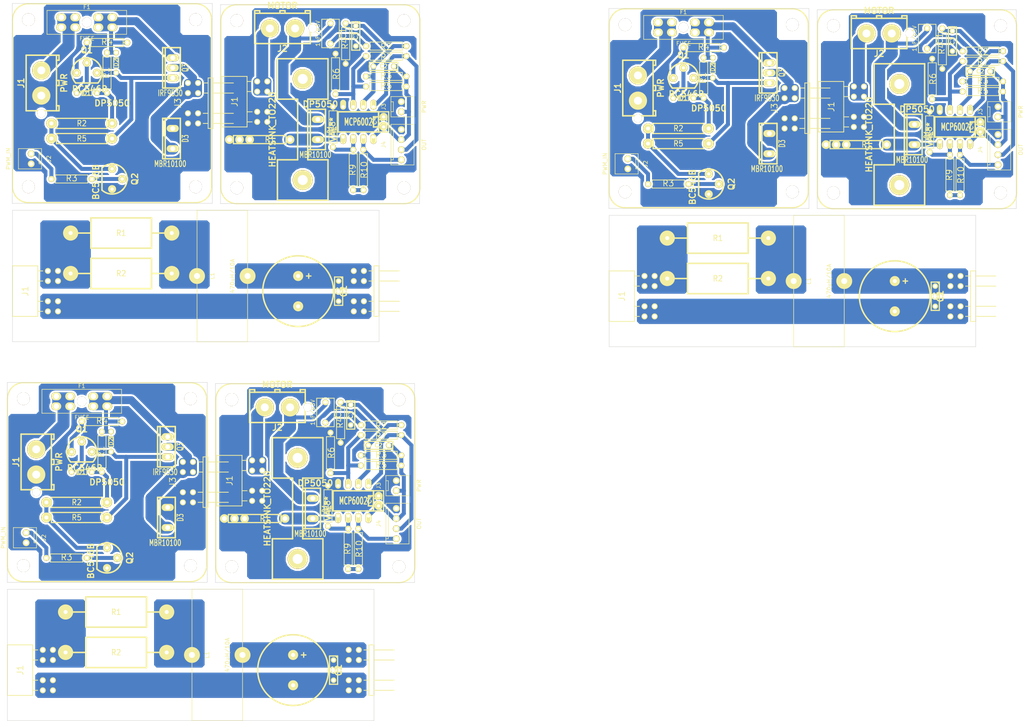
<source format=kicad_pcb>
(kicad_pcb (version 3) (host pcbnew "(2013-07-07 BZR 4022)-stable")
  (layers (15 F.Cu signal) (0 B.Cu signal) (18 B.Paste user) (19 F.Paste user) (20 B.SilkS user) (21 F.SilkS user) (22 B.Mask user) (23 F.Mask user) (28 Edge.Cuts user))
  (net 0 "")
  (net 1 GND)
  (net 2 N-000001)
  (net 3 N-0000010)
  (net 4 N-0000011)
  (net 5 N-0000012)
  (net 6 N-000002)
  (net 7 N-000003)
  (net 8 N-000004)
  (net 9 N-000005)
  (net 10 N-000006)
  (net 11 N-000007)
  (net 12 N-000008)
  (net 13 N-000009)
  (net 14 VCC)
  (net 15 VDD)
  (module MD-TEST-HDR-M (layer F.Cu) (at 106.426 181.864 90)
    (fp_text reference J2 (at 0 -3.81 90) (layer F.SilkS) (effects (font (size 1.5 1.5) (thickness 0.2))))
    (fp_text value OUT hide)
    (pad 1 thru_hole circle (at -5.08 1.27 90) (size 1.5 1.5) (drill 1) (layers *.Cu *.Mask F.SilkS) (net 1 GND))
    (pad 2 thru_hole circle (at -5.08 -1.27 90) (size 1.5 1.5) (drill 1) (layers *.Cu *.Mask F.SilkS) (net 1 GND))
    (pad 3 thru_hole circle (at -2.54 1.27 90) (size 1.5 1.5) (drill 1) (layers *.Cu *.Mask F.SilkS) (net 1 GND))
    (pad 4 thru_hole circle (at -2.54 -1.27 90) (size 1.5 1.5) (drill 1) (layers *.Cu *.Mask F.SilkS) (net 1 GND))
    (pad 7 thru_hole circle (at 2.54 1.27 90) (size 1.5 1.5) (drill 1) (layers *.Cu *.Mask F.SilkS) (net 7 N-000003))
    (pad 9 thru_hole circle (at 5.08 1.27 90) (size 1.5 1.5) (drill 1) (layers *.Cu *.Mask F.SilkS) (net 7 N-000003))
    (pad 10 thru_hole circle (at 5.08 -1.27 90) (size 1.5 1.5) (drill 1) (layers *.Cu *.Mask F.SilkS) (net 7 N-000003))
    (pad 8 thru_hole circle (at 2.54 -1.27 90) (size 1.5 1.5) (drill 1) (layers *.Cu *.Mask F.SilkS) (net 7 N-000003))
  )
  (module MD-TEST-HDR-F (layer F.Cu) (at 29.591 181.864 90)
    (fp_text reference J1 (at 0 -6.95 90) (layer F.SilkS) (effects (font (size 1.5 1.5) (thickness 0.2))))
    (fp_text value IN hide)
    (pad 1 thru_hole circle (at -5.08 -1.27 90) (size 1.5 1.5) (drill 1) (layers *.Cu *.Mask F.SilkS) (net 1 GND))
    (pad 2 thru_hole circle (at -5.08 1.27 90) (size 1.5 1.5) (drill 1) (layers *.Cu *.Mask F.SilkS) (net 1 GND))
    (pad 3 thru_hole circle (at -2.54 -1.27 90) (size 1.5 1.5) (drill 1) (layers *.Cu *.Mask F.SilkS) (net 1 GND))
    (pad 4 thru_hole circle (at -2.54 1.27 90) (size 1.5 1.5) (drill 1) (layers *.Cu *.Mask F.SilkS) (net 1 GND))
    (pad 7 thru_hole circle (at 2.54 -1.27 90) (size 1.5 1.5) (drill 1) (layers *.Cu *.Mask F.SilkS) (net 8 N-000004))
    (pad 8 thru_hole circle (at 2.54 1.27 90) (size 1.5 1.5) (drill 1) (layers *.Cu *.Mask F.SilkS) (net 8 N-000004))
    (pad 9 thru_hole circle (at 5.08 -1.27 90) (size 1.5 1.5) (drill 1) (layers *.Cu *.Mask F.SilkS) (net 8 N-000004))
    (pad 10 thru_hole circle (at 5.08 1.27 90) (size 1.5 1.5) (drill 1) (layers *.Cu *.Mask F.SilkS) (net 8 N-000004))
  )
  (module L-TOROID-D35X5 (layer F.Cu) (at 72.136 178.054 90)
    (fp_text reference L1 (at 0 -2.54 90) (layer F.SilkS))
    (fp_text value 470uH/10A (at 0 2.54 90) (layer F.SilkS))
    (pad 1 thru_hole circle (at 0 -6.35 90) (size 4 4) (drill 1.5) (layers *.Cu *.Mask F.SilkS) (net 2 N-000001))
    (pad 2 thru_hole circle (at 0 6.35 90) (size 4 4) (drill 1.5) (layers *.Cu *.Mask F.SilkS) (net 7 N-000003))
  )
  (module C3P_D7 (layer F.Cu) (at 91.186 181.864 270)
    (fp_text reference C1 (at 0 -11.43 270) (layer F.SilkS) (effects (font (size 1.524 1.524) (thickness 0.3048))))
    (fp_text value 1000uF/63V hide)
    (fp_text user + (at -3.81 -2.54 270) (layer F.SilkS) (effects (font (size 1.524 1.524) (thickness 0.3048))))
    (pad 1 thru_hole circle (at -3.81 0 270) (size 2.54 2.54) (drill 1.00076) (layers *.Cu *.Mask F.SilkS) (net 7 N-000003))
    (pad 2 thru_hole circle (at 3.81 0 270) (size 2.54 2.54) (drill 1.00076) (layers *.Cu *.Mask F.SilkS) (net 1 GND))
  )
  (module C2 (layer F.Cu) (at 101.346 181.864 270)
    (fp_text reference C2 (at 0 0 270) (layer F.SilkS) (effects (font (size 1.016 1.016) (thickness 0.2032))))
    (fp_text value 10nF/100V hide)
    (pad 1 thru_hole circle (at -2.54 0 270) (size 1.397 1.397) (drill 0.8128) (layers *.Cu *.Mask F.SilkS) (net 7 N-000003))
    (pad 2 thru_hole circle (at 2.54 0 270) (size 1.397 1.397) (drill 0.8128) (layers *.Cu *.Mask F.SilkS) (net 1 GND))
  )
  (module R10 (layer F.Cu) (at 46.736 167.259)
    (fp_text reference R1 (at 0 0) (layer F.SilkS) (effects (font (size 1.397 1.27) (thickness 0.2032))))
    (fp_text value 0R1/5W hide)
    (pad 1 thru_hole circle (at -12.7 0) (size 3.81 3.81) (drill 1.00076) (layers *.Cu *.Mask F.SilkS) (net 8 N-000004))
    (pad 2 thru_hole circle (at 12.7 0) (size 3.81 3.81) (drill 1.00076) (layers *.Cu *.Mask F.SilkS) (net 2 N-000001))
  )
  (module R10 (layer F.Cu) (at 46.736 177.419)
    (fp_text reference R2 (at 0 0) (layer F.SilkS) (effects (font (size 1.397 1.27) (thickness 0.2032))))
    (fp_text value 0R1/5W hide)
    (pad 1 thru_hole circle (at -12.7 0) (size 3.81 3.81) (drill 1.00076) (layers *.Cu *.Mask F.SilkS) (net 8 N-000004))
    (pad 2 thru_hole circle (at 12.7 0) (size 3.81 3.81) (drill 1.00076) (layers *.Cu *.Mask F.SilkS) (net 2 N-000001))
  )
  (module TO220-2 (layer F.Cu) (at 96.139 141.224 180)
    (fp_text reference D1 (at -3.175 0 270) (layer F.SilkS) (effects (font (size 1.524 1.016) (thickness 0.2032))))
    (fp_text value MBR10100 (at 0.635 -6.35 180) (layer F.SilkS) (effects (font (size 1.524 1.016) (thickness 0.2032))))
    (pad 1 thru_hole oval (at 0 -2.54 180) (size 3.048 1.778) (drill 1.19888) (layers *.Cu *.Mask F.SilkS) (net 5 N-0000012))
    (pad 3 thru_hole oval (at 0 2.54 180) (size 3.048 1.778) (drill 1.19888) (layers *.Cu *.Mask F.SilkS) (net 12 N-000008))
  )
  (module R4_5_6 (layer F.Cu) (at 84.074 143.764 180)
    (fp_text reference R1 (at 0 0 180) (layer F.SilkS) (effects (font (size 1.397 1.27) (thickness 0.2032))))
    (fp_text value R005/1W hide)
    (pad 1 thru_hole circle (at -5.08 0 180) (size 2.2 2.2) (drill 1.2) (layers *.Cu *.Mask F.SilkS) (net 5 N-0000012))
    (pad 2 thru_hole circle (at 5.08 0 180) (size 2.2 2.2) (drill 1.2) (layers *.Cu *.Mask F.SilkS) (net 1 GND))
    (pad 2 thru_hole circle (at 7.62 0 180) (size 2.2 2.2) (drill 1.2) (layers *.Cu *.Mask F.SilkS) (net 1 GND))
    (pad 2 thru_hole circle (at 10.16 0 180) (size 2.2 2.2) (drill 1.2) (layers *.Cu *.Mask F.SilkS) (net 1 GND))
  )
  (module R4 (layer F.Cu) (at 113.284 127.889 180)
    (fp_text reference R3 (at 0 0.18 180) (layer F.SilkS) (effects (font (size 1.5 1.5) (thickness 0.2032))))
    (fp_text value 220K hide)
    (pad 1 thru_hole circle (at -5.08 0 180) (size 1.5 1.5) (drill 0.8001) (layers *.Cu *.Mask F.SilkS) (net 14 VCC))
    (pad 2 thru_hole circle (at 5.08 0 180) (size 1.5 1.5) (drill 0.8001) (layers *.Cu *.Mask F.SilkS) (net 10 N-000006))
  )
  (module R4 (layer F.Cu) (at 103.124 119.634 270)
    (fp_text reference R4 (at 0 0.18 270) (layer F.SilkS) (effects (font (size 1.5 1.5) (thickness 0.2032))))
    (fp_text value 220K hide)
    (pad 1 thru_hole circle (at -5.08 0 270) (size 1.5 1.5) (drill 0.8001) (layers *.Cu *.Mask F.SilkS) (net 10 N-000006))
    (pad 2 thru_hole circle (at 5.08 0 270) (size 1.5 1.5) (drill 0.8001) (layers *.Cu *.Mask F.SilkS) (net 1 GND))
  )
  (module R4 (layer F.Cu) (at 113.284 130.429 180)
    (fp_text reference R5 (at 0 0.18 180) (layer F.SilkS) (effects (font (size 1.5 1.5) (thickness 0.2032))))
    (fp_text value 10K hide)
    (pad 1 thru_hole circle (at -5.08 0 180) (size 1.5 1.5) (drill 0.8001) (layers *.Cu *.Mask F.SilkS) (net 14 VCC))
    (pad 2 thru_hole circle (at 5.08 0 180) (size 1.5 1.5) (drill 0.8001) (layers *.Cu *.Mask F.SilkS) (net 11 N-000007))
  )
  (module R4 (layer F.Cu) (at 100.584 127.254 90)
    (fp_text reference R6 (at 0 0.18 90) (layer F.SilkS) (effects (font (size 1.5 1.5) (thickness 0.2032))))
    (fp_text value 10K hide)
    (pad 1 thru_hole circle (at -5.08 0 90) (size 1.5 1.5) (drill 0.8001) (layers *.Cu *.Mask F.SilkS) (net 11 N-000007))
    (pad 2 thru_hole circle (at 5.08 0 90) (size 1.5 1.5) (drill 0.8001) (layers *.Cu *.Mask F.SilkS) (net 1 GND))
  )
  (module R4 (layer F.Cu) (at 113.284 122.809)
    (fp_text reference R7 (at 0 0.18) (layer F.SilkS) (effects (font (size 1.5 1.5) (thickness 0.2032))))
    (fp_text value 680K hide)
    (pad 1 thru_hole circle (at -5.08 0) (size 1.5 1.5) (drill 0.8001) (layers *.Cu *.Mask F.SilkS) (net 11 N-000007))
    (pad 2 thru_hole circle (at 5.08 0) (size 1.5 1.5) (drill 0.8001) (layers *.Cu *.Mask F.SilkS) (net 4 N-0000011))
  )
  (module R4 (layer F.Cu) (at 113.284 120.269)
    (fp_text reference R2 (at 0 0.18) (layer F.SilkS) (effects (font (size 1.5 1.5) (thickness 0.2032))))
    (fp_text value 1K hide)
    (pad 1 thru_hole circle (at -5.08 0) (size 1.5 1.5) (drill 0.8001) (layers *.Cu *.Mask F.SilkS) (net 2 N-000001))
    (pad 2 thru_hole circle (at 5.08 0) (size 1.5 1.5) (drill 0.8001) (layers *.Cu *.Mask F.SilkS) (net 10 N-000006))
  )
  (module MOLEX_36538_2 (layer F.Cu) (at 87.249 115.824 180)
    (fp_text reference J2 (at 0 -5.08 180) (layer F.SilkS) (effects (font (size 1.524 1.524) (thickness 0.3048))))
    (fp_text value MOTOR (at 0 5.715 180) (layer F.SilkS) (effects (font (size 1.524 1.524) (thickness 0.3048))))
    (pad 1 thru_hole circle (at -3.175 0 180) (size 4.572 4.572) (drill 1.99898) (layers *.Cu *.Mask F.SilkS) (net 12 N-000008))
    (pad 2 thru_hole circle (at 3.175 0 180) (size 4.572 4.572) (drill 1.99898) (layers *.Cu *.Mask F.SilkS) (net 7 N-000003))
    (pad "" thru_hole circle (at -7.62 0 180) (size 1.99898 1.99898) (drill 1.99898) (layers *.Cu *.Mask F.SilkS))
  )
  (module MD-TEST-HDR-F (layer F.Cu) (at 82.169 134.239 90)
    (fp_text reference J1 (at 0 -6.95 90) (layer F.SilkS) (effects (font (size 1.5 1.5) (thickness 0.2))))
    (fp_text value IN hide)
    (pad 1 thru_hole circle (at -5.08 -1.27 90) (size 1.5 1.5) (drill 1) (layers *.Cu *.Mask F.SilkS) (net 1 GND))
    (pad 2 thru_hole circle (at -5.08 1.27 90) (size 1.5 1.5) (drill 1) (layers *.Cu *.Mask F.SilkS) (net 1 GND))
    (pad 3 thru_hole circle (at -2.54 -1.27 90) (size 1.5 1.5) (drill 1) (layers *.Cu *.Mask F.SilkS) (net 1 GND))
    (pad 4 thru_hole circle (at -2.54 1.27 90) (size 1.5 1.5) (drill 1) (layers *.Cu *.Mask F.SilkS) (net 1 GND))
    (pad 7 thru_hole circle (at 2.54 -1.27 90) (size 1.5 1.5) (drill 1) (layers *.Cu *.Mask F.SilkS) (net 7 N-000003))
    (pad 8 thru_hole circle (at 2.54 1.27 90) (size 1.5 1.5) (drill 1) (layers *.Cu *.Mask F.SilkS) (net 7 N-000003))
    (pad 9 thru_hole circle (at 5.08 -1.27 90) (size 1.5 1.5) (drill 1) (layers *.Cu *.Mask F.SilkS) (net 7 N-000003))
    (pad 10 thru_hole circle (at 5.08 1.27 90) (size 1.5 1.5) (drill 1) (layers *.Cu *.Mask F.SilkS) (net 7 N-000003))
  )
  (module DIP-8 (layer F.Cu) (at 106.299 139.319 180)
    (fp_text reference U1 (at -6.35 0 270) (layer F.SilkS) (effects (font (size 1.778 1.143) (thickness 0.3048))))
    (fp_text value MCP6002 (at 0 0 180) (layer F.SilkS) (effects (font (size 1.778 1.016) (thickness 0.254))))
    (pad 1 thru_hole oval (at -3.81 3.81 180) (size 1.5 2.5) (drill 0.8001 (offset 0 0.5)) (layers *.Cu *.Mask F.SilkS) (net 4 N-0000011))
    (pad 2 thru_hole oval (at -1.27 3.81 180) (size 1.5 2.5) (drill 0.8001 (offset 0 0.5)) (layers *.Cu *.Mask F.SilkS) (net 10 N-000006))
    (pad 3 thru_hole oval (at 1.27 3.81 180) (size 1.5 2.5) (drill 0.8001 (offset 0 0.5)) (layers *.Cu *.Mask F.SilkS) (net 11 N-000007))
    (pad 4 thru_hole oval (at 3.81 3.81 180) (size 1.5 2.5) (drill 0.8001 (offset 0 0.5)) (layers *.Cu *.Mask F.SilkS) (net 1 GND))
    (pad 5 thru_hole oval (at 3.81 -3.81 180) (size 1.5 2.5) (drill 0.8001 (offset 0 -0.5)) (layers *.Cu *.Mask F.SilkS) (net 5 N-0000012))
    (pad 6 thru_hole oval (at 1.27 -3.81 180) (size 1.5 2.5) (drill 0.8001 (offset 0 -0.5)) (layers *.Cu *.Mask F.SilkS) (net 3 N-0000010))
    (pad 7 thru_hole oval (at -1.27 -3.81 180) (size 1.5 2.5) (drill 0.8001 (offset 0 -0.5)) (layers *.Cu *.Mask F.SilkS) (net 8 N-000004))
    (pad 8 thru_hole oval (at -3.81 -3.81 180) (size 1.5 2.5) (drill 0.8001 (offset 0 -0.5)) (layers *.Cu *.Mask F.SilkS) (net 14 VCC))
  )
  (module CONN_NCW254-04S (layer F.Cu) (at 117.094 145.034 90)
    (fp_text reference J4 (at 0 -4.445 90) (layer F.SilkS))
    (fp_text value OUT (at 0 5.715 90) (layer F.SilkS))
    (pad 2 thru_hole circle (at -1.27 0 90) (size 1.7 1.7) (drill 1) (layers *.Cu *.Mask F.SilkS) (net 4 N-0000011))
    (pad 3 thru_hole circle (at 1.27 0 90) (size 1.7 1.7) (drill 1) (layers *.Cu *.Mask F.SilkS) (net 14 VCC))
    (pad 4 thru_hole circle (at 3.81 0 90) (size 1.7 1.7) (drill 1) (layers *.Cu *.Mask F.SilkS) (net 1 GND))
    (pad 1 thru_hole circle (at -3.81 0 90) (size 1.7 1.7) (drill 1) (layers *.Cu *.Mask F.SilkS) (net 8 N-000004))
  )
  (module CONN_NCW254-02S (layer F.Cu) (at 117.094 135.509 90)
    (fp_text reference J3 (at 0 -4.445 90) (layer F.SilkS))
    (fp_text value PWR (at 0 5.715 90) (layer F.SilkS))
    (pad 1 thru_hole circle (at -1.27 0 90) (size 1.7 1.7) (drill 1) (layers *.Cu *.Mask F.SilkS) (net 14 VCC))
    (pad 2 thru_hole circle (at 1.27 0 90) (size 1.7 1.7) (drill 1) (layers *.Cu *.Mask F.SilkS) (net 1 GND))
  )
  (module C2_3x1,75 (layer F.Cu) (at 99.314 117.094 270)
    (fp_text reference C1 (at 0 -3.175 270) (layer F.SilkS) (effects (font (size 1.5 1.5) (thickness 0.2))))
    (fp_text value 1uF/63V (at 0 3.175 270) (layer F.SilkS))
    (pad 1 thru_hole circle (at -2.54 0 270) (size 1.5 1.5) (drill 0.8) (layers *.Cu *.Mask F.SilkS) (net 12 N-000008))
    (pad 2 thru_hole circle (at 2.54 0 270) (size 1.5 1.5) (drill 0.8) (layers *.Cu *.Mask F.SilkS) (net 2 N-000001))
  )
  (module C1 (layer F.Cu) (at 112.649 139.319 90)
    (fp_text reference C4 (at 0.254 -2.286 90) (layer F.SilkS) (effects (font (size 1.016 1.016) (thickness 0.2032))))
    (fp_text value 100nF hide)
    (pad 1 thru_hole circle (at -1.27 0 90) (size 2.032 2.032) (drill 0.8001) (layers *.Cu *.Mask F.SilkS) (net 14 VCC))
    (pad 2 thru_hole circle (at 1.27 0 90) (size 2.032 2.032) (drill 0.8001) (layers *.Cu *.Mask F.SilkS) (net 1 GND))
  )
  (module R4 (layer F.Cu) (at 107.569 151.384 90)
    (fp_text reference R10 (at 0 0.18 90) (layer F.SilkS) (effects (font (size 1.5 1.5) (thickness 0.2032))))
    (fp_text value 390K hide)
    (pad 1 thru_hole circle (at -5.08 0 90) (size 1.5 1.5) (drill 0.8001) (layers *.Cu *.Mask F.SilkS) (net 13 N-000009))
    (pad 2 thru_hole circle (at 5.08 0 90) (size 1.5 1.5) (drill 0.8001) (layers *.Cu *.Mask F.SilkS) (net 8 N-000004))
  )
  (module R4 (layer F.Cu) (at 99.949 140.589 270)
    (fp_text reference R8 (at 0 0.18 270) (layer F.SilkS) (effects (font (size 1.5 1.5) (thickness 0.2032))))
    (fp_text value 10K hide)
    (pad 1 thru_hole circle (at -5.08 0 270) (size 1.5 1.5) (drill 0.8001) (layers *.Cu *.Mask F.SilkS) (net 1 GND))
    (pad 2 thru_hole circle (at 5.08 0 270) (size 1.5 1.5) (drill 0.8001) (layers *.Cu *.Mask F.SilkS) (net 3 N-0000010))
  )
  (module R4 (layer F.Cu) (at 105.029 151.384 270)
    (fp_text reference R9 (at 0 0.18 270) (layer F.SilkS) (effects (font (size 1.5 1.5) (thickness 0.2032))))
    (fp_text value 100K hide)
    (pad 1 thru_hole circle (at -5.08 0 270) (size 1.5 1.5) (drill 0.8001) (layers *.Cu *.Mask F.SilkS) (net 3 N-0000010))
    (pad 2 thru_hole circle (at 5.08 0 270) (size 1.5 1.5) (drill 0.8001) (layers *.Cu *.Mask F.SilkS) (net 13 N-000009))
  )
  (module HEATSINK_TO220 (layer F.Cu) (at 92.329 141.224 90)
    (fp_text reference HEATSINK_TO220 (at 0 -7.62 90) (layer F.SilkS) (effects (font (size 1.524 1.524) (thickness 0.3048))))
    (fp_text value VAL** (at 0 7.62 90) (layer F.SilkS) (effects (font (size 1.524 1.524) (thickness 0.3048))))
    (pad "" thru_hole circle (at -12.7 0 90) (size 5.00126 5.00126) (drill 2.5019) (layers *.Cu *.Mask F.SilkS))
    (pad "" thru_hole circle (at 12.7 0 90) (size 5.00126 5.00126) (drill 2.49936) (layers *.Cu *.Mask F.SilkS))
  )
  (module DP5050 (layer F.Cu) (at 96.774 134.874)
    (fp_text reference DP5050 (at 0 0) (layer F.SilkS) (effects (font (size 1.524 1.524) (thickness 0.3048))))
    (fp_text value " " hide)
    (pad "" thru_hole circle (at 21.00072 -21.00072) (size 3.2004 3.2004) (drill 3.2004) (layers *.Cu *.Mask F.SilkS) (clearance 1.39954))
    (pad "" thru_hole circle (at 21.00072 21.00072) (size 3.2004 3.2004) (drill 3.2004) (layers *.Cu *.Mask F.SilkS) (clearance 1.39954))
    (pad "" thru_hole circle (at -21.00072 21.00072) (size 3.2004 3.2004) (drill 3.2004) (layers *.Cu *.Mask F.SilkS) (clearance 1.39954))
    (pad "" thru_hole circle (at -21.00072 -21.00072) (size 3.2004 3.2004) (drill 3.2004) (layers *.Cu *.Mask F.SilkS) (clearance 1.39954))
  )
  (module C2 (layer F.Cu) (at 112.649 125.349 180)
    (fp_text reference C2 (at 0 0 180) (layer F.SilkS) (effects (font (size 1.016 1.016) (thickness 0.2032))))
    (fp_text value 10nF hide)
    (pad 1 thru_hole circle (at -2.54 0 180) (size 1.397 1.397) (drill 0.8128) (layers *.Cu *.Mask F.SilkS) (net 14 VCC))
    (pad 2 thru_hole circle (at 2.54 0 180) (size 1.397 1.397) (drill 0.8128) (layers *.Cu *.Mask F.SilkS) (net 10 N-000006))
  )
  (module C2 (layer F.Cu) (at 105.664 117.729 270)
    (fp_text reference C3 (at 0 0 270) (layer F.SilkS) (effects (font (size 1.016 1.016) (thickness 0.2032))))
    (fp_text value 10nF hide)
    (pad 1 thru_hole circle (at -2.54 0 270) (size 1.397 1.397) (drill 0.8128) (layers *.Cu *.Mask F.SilkS) (net 10 N-000006))
    (pad 2 thru_hole circle (at 2.54 0 270) (size 1.397 1.397) (drill 0.8128) (layers *.Cu *.Mask F.SilkS) (net 1 GND))
  )
  (module TO220-2 (layer F.Cu) (at 59.69 143.51 180)
    (fp_text reference D3 (at -3.175 0 270) (layer F.SilkS) (effects (font (size 1.524 1.016) (thickness 0.2032))))
    (fp_text value MBR10100 (at 0.635 -6.35 180) (layer F.SilkS) (effects (font (size 1.524 1.016) (thickness 0.2032))))
    (pad 1 thru_hole oval (at 0 -2.54 180) (size 3.048 1.778) (drill 1.19888) (layers *.Cu *.Mask F.SilkS) (net 10 N-000006))
    (pad 3 thru_hole oval (at 0 2.54 180) (size 3.048 1.778) (drill 1.19888) (layers *.Cu *.Mask F.SilkS) (net 1 GND))
  )
  (module R6 (layer F.Cu) (at 36.83 143.51)
    (fp_text reference R5 (at 0 0) (layer F.SilkS) (effects (font (size 1.397 1.27) (thickness 0.2032))))
    (fp_text value 750/2W hide)
    (pad 1 thru_hole circle (at -7.62 0) (size 2.54 2.54) (drill 1.00076) (layers *.Cu *.Mask F.SilkS) (net 8 N-000004))
    (pad 2 thru_hole circle (at 7.62 0) (size 2.54 2.54) (drill 1.00076) (layers *.Cu *.Mask F.SilkS) (net 12 N-000008))
  )
  (module R6 (layer F.Cu) (at 36.83 139.7)
    (fp_text reference R2 (at 0 0) (layer F.SilkS) (effects (font (size 1.397 1.27) (thickness 0.2032))))
    (fp_text value 750/2W hide)
    (pad 1 thru_hole circle (at -7.62 0) (size 2.54 2.54) (drill 1.00076) (layers *.Cu *.Mask F.SilkS) (net 8 N-000004))
    (pad 2 thru_hole circle (at 7.62 0) (size 2.54 2.54) (drill 1.00076) (layers *.Cu *.Mask F.SilkS) (net 13 N-000009))
  )
  (module R4 (layer F.Cu) (at 34.29 153.67 180)
    (fp_text reference R3 (at 0 0.18 180) (layer F.SilkS) (effects (font (size 1.5 1.5) (thickness 0.2032))))
    (fp_text value 1K8 hide)
    (pad 1 thru_hole circle (at -5.08 0 180) (size 1.5 1.5) (drill 0.8001) (layers *.Cu *.Mask F.SilkS) (net 11 N-000007))
    (pad 2 thru_hole circle (at 5.08 0 180) (size 1.5 1.5) (drill 0.8001) (layers *.Cu *.Mask F.SilkS) (net 6 N-000002))
  )
  (module R4 (layer F.Cu) (at 43.18 119.38 180)
    (fp_text reference R4 (at 0 0.18 180) (layer F.SilkS) (effects (font (size 1.5 1.5) (thickness 0.2032))))
    (fp_text value 1 hide)
    (pad 1 thru_hole circle (at -5.08 0 180) (size 1.5 1.5) (drill 0.8001) (layers *.Cu *.Mask F.SilkS) (net 9 N-000005))
    (pad 2 thru_hole circle (at 5.08 0 180) (size 1.5 1.5) (drill 0.8001) (layers *.Cu *.Mask F.SilkS) (net 4 N-0000011))
  )
  (module R4 (layer F.Cu) (at 43.18 127 270)
    (fp_text reference R1 (at 0 0.18 270) (layer F.SilkS) (effects (font (size 1.5 1.5) (thickness 0.2032))))
    (fp_text value 100 hide)
    (pad 1 thru_hole circle (at -5.08 0 270) (size 1.5 1.5) (drill 0.8001) (layers *.Cu *.Mask F.SilkS) (net 9 N-000005))
    (pad 2 thru_hole circle (at 5.08 0 270) (size 1.5 1.5) (drill 0.8001) (layers *.Cu *.Mask F.SilkS) (net 13 N-000009))
  )
  (module MD-TEST-HDR-M (layer F.Cu) (at 64.77 134.62 90)
    (fp_text reference J3 (at 0 -3.81 90) (layer F.SilkS) (effects (font (size 1.5 1.5) (thickness 0.2))))
    (fp_text value OUT hide)
    (pad 1 thru_hole circle (at -5.08 1.27 90) (size 1.5 1.5) (drill 1) (layers *.Cu *.Mask F.SilkS) (net 1 GND))
    (pad 2 thru_hole circle (at -5.08 -1.27 90) (size 1.5 1.5) (drill 1) (layers *.Cu *.Mask F.SilkS) (net 1 GND))
    (pad 3 thru_hole circle (at -2.54 1.27 90) (size 1.5 1.5) (drill 1) (layers *.Cu *.Mask F.SilkS) (net 1 GND))
    (pad 4 thru_hole circle (at -2.54 -1.27 90) (size 1.5 1.5) (drill 1) (layers *.Cu *.Mask F.SilkS) (net 1 GND))
    (pad 7 thru_hole circle (at 2.54 1.27 90) (size 1.5 1.5) (drill 1) (layers *.Cu *.Mask F.SilkS) (net 10 N-000006))
    (pad 9 thru_hole circle (at 5.08 1.27 90) (size 1.5 1.5) (drill 1) (layers *.Cu *.Mask F.SilkS) (net 10 N-000006))
    (pad 10 thru_hole circle (at 5.08 -1.27 90) (size 1.5 1.5) (drill 1) (layers *.Cu *.Mask F.SilkS) (net 10 N-000006))
    (pad 8 thru_hole circle (at 2.54 -1.27 90) (size 1.5 1.5) (drill 1) (layers *.Cu *.Mask F.SilkS) (net 10 N-000006))
  )
  (module D2 (layer F.Cu) (at 45.466 124.46 90)
    (fp_text reference D2 (at 0 0 90) (layer F.SilkS) (effects (font (thickness 0.2))))
    (fp_text value ZENER hide)
    (pad 1 thru_hole circle (at -2.54 0 90) (size 1.4 1.4) (drill 0.8) (layers *.Cu *.Mask F.SilkS) (net 12 N-000008))
    (pad 2 thru_hole circle (at 2.54 0 90) (size 1.4 1.4) (drill 0.8) (layers *.Cu *.Mask F.SilkS) (net 9 N-000005))
  )
  (module D2 (layer F.Cu) (at 38.1 132.08 180)
    (fp_text reference D1 (at 0 0 180) (layer F.SilkS) (effects (font (thickness 0.2))))
    (fp_text value DIODESCH hide)
    (pad 1 thru_hole circle (at -2.54 0 180) (size 1.4 1.4) (drill 0.8) (layers *.Cu *.Mask F.SilkS) (net 13 N-000009))
    (pad 2 thru_hole circle (at 2.54 0 180) (size 1.4 1.4) (drill 0.8) (layers *.Cu *.Mask F.SilkS) (net 3 N-0000010))
  )
  (module CONN_NCW254-02S (layer F.Cu) (at 24.13 148.59 270)
    (fp_text reference J2 (at 0 -4.445 270) (layer F.SilkS))
    (fp_text value PWM_IN (at 0 5.715 270) (layer F.SilkS))
    (pad 1 thru_hole circle (at -1.27 0 270) (size 1.7 1.7) (drill 1) (layers *.Cu *.Mask F.SilkS) (net 6 N-000002))
    (pad 2 thru_hole circle (at 1.27 0 270) (size 1.7 1.7) (drill 1) (layers *.Cu *.Mask F.SilkS) (net 1 GND))
  )
  (module AUTOFUSE (layer F.Cu) (at 38.1 114.3)
    (fp_text reference F1 (at 0 -3.85) (layer F.SilkS))
    (fp_text value FUSE (at 0.05 4.05) (layer F.SilkS))
    (pad "" thru_hole circle (at 0 0) (size 2.4 2.4) (drill 2.4) (layers *.Cu *.Mask F.SilkS))
    (pad 1 thru_hole oval (at -2.9 -1.25) (size 2.5 2) (drill 1.4) (layers *.Cu *.Mask F.SilkS) (net 15 VDD))
    (pad 1 thru_hole oval (at -2.9 1.25) (size 2.5 2) (drill 1.4) (layers *.Cu *.Mask F.SilkS) (net 15 VDD))
    (pad 1 thru_hole oval (at -6.4 -1.25) (size 2.5 2) (drill 1.4) (layers *.Cu *.Mask F.SilkS) (net 15 VDD))
    (pad 1 thru_hole oval (at -6.4 1.25) (size 2.5 2) (drill 1.4) (layers *.Cu *.Mask F.SilkS) (net 15 VDD))
    (pad 2 thru_hole oval (at 2.9 -1.25) (size 2.5 2) (drill 1.4) (layers *.Cu *.Mask F.SilkS) (net 9 N-000005))
    (pad 2 thru_hole oval (at 2.9 1.25) (size 2.5 2) (drill 1.4) (layers *.Cu *.Mask F.SilkS) (net 9 N-000005))
    (pad 2 thru_hole oval (at 6.4 1.25) (size 2.5 2) (drill 1.4) (layers *.Cu *.Mask F.SilkS) (net 9 N-000005))
    (pad 2 thru_hole oval (at 6.4 -1.25) (size 2.5 2) (drill 1.4) (layers *.Cu *.Mask F.SilkS) (net 9 N-000005))
  )
  (module TO-92_V (layer F.Cu) (at 44.45 153.67 270)
    (fp_text reference Q2 (at 0 -5.715 270) (layer F.SilkS) (effects (font (size 1.524 1.524) (thickness 0.3048))))
    (fp_text value BC546B (at 0.762 4.064 270) (layer F.SilkS) (effects (font (size 1.524 1.524) (thickness 0.3048))))
    (pad 1 thru_hole circle (at -2.54 0 270) (size 2.032 2.032) (drill 0.8001) (layers *.Cu *.Mask F.SilkS) (net 8 N-000004))
    (pad 2 thru_hole circle (at 0 -2.54 270) (size 2.032 2.032) (drill 0.8001) (layers *.Cu *.Mask F.SilkS) (net 11 N-000007))
    (pad 3 thru_hole circle (at 2.54 0 270) (size 2.032 2.032) (drill 0.8001) (layers *.Cu *.Mask F.SilkS) (net 1 GND))
  )
  (module TO-92_V (layer F.Cu) (at 38.1 127)
    (fp_text reference Q1 (at 0 -5.715) (layer F.SilkS) (effects (font (size 1.524 1.524) (thickness 0.3048))))
    (fp_text value BC546B (at 0.762 4.064) (layer F.SilkS) (effects (font (size 1.524 1.524) (thickness 0.3048))))
    (pad 1 thru_hole circle (at -2.54 0) (size 2.032 2.032) (drill 0.8001) (layers *.Cu *.Mask F.SilkS) (net 4 N-0000011))
    (pad 2 thru_hole circle (at 0 -2.54) (size 2.032 2.032) (drill 0.8001) (layers *.Cu *.Mask F.SilkS) (net 3 N-0000010))
    (pad 3 thru_hole circle (at 2.54 0) (size 2.032 2.032) (drill 0.8001) (layers *.Cu *.Mask F.SilkS) (net 12 N-000008))
  )
  (module TO-220_V (layer F.Cu) (at 59.69 125.73 180)
    (fp_text reference Q3 (at -3.175 0 270) (layer F.SilkS) (effects (font (size 1.524 1.016) (thickness 0.2032))))
    (fp_text value IRF9530 (at 0.635 -6.35 180) (layer F.SilkS) (effects (font (size 1.524 1.016) (thickness 0.2032))))
    (pad 1 thru_hole oval (at 0 -2.54 180) (size 3.048 1.778) (drill 1.19888) (layers *.Cu *.Mask F.SilkS) (net 12 N-000008))
    (pad 2 thru_hole oval (at 0 0 180) (size 3.048 1.778) (drill 1.19888) (layers *.Cu *.Mask F.SilkS) (net 10 N-000006))
    (pad 3 thru_hole oval (at 0 2.54 180) (size 3.048 1.778) (drill 1.19888) (layers *.Cu *.Mask F.SilkS) (net 9 N-000005))
  )
  (module MOLEX_36538_2 (layer F.Cu) (at 26.67 129.54 90)
    (fp_text reference J1 (at 0 -5.08 90) (layer F.SilkS) (effects (font (size 1.524 1.524) (thickness 0.3048))))
    (fp_text value PWR (at 0 5.715 90) (layer F.SilkS) (effects (font (size 1.524 1.524) (thickness 0.3048))))
    (pad 1 thru_hole circle (at -3.175 0 90) (size 4.572 4.572) (drill 1.99898) (layers *.Cu *.Mask F.SilkS) (net 1 GND))
    (pad 2 thru_hole circle (at 3.175 0 90) (size 4.572 4.572) (drill 1.99898) (layers *.Cu *.Mask F.SilkS) (net 15 VDD))
    (pad "" thru_hole circle (at -7.62 0 90) (size 1.99898 1.99898) (drill 1.99898) (layers *.Cu *.Mask F.SilkS))
  )
  (module DP5050 (layer F.Cu) (at 44.45 134.62)
    (fp_text reference DP5050 (at 0 0) (layer F.SilkS) (effects (font (size 1.524 1.524) (thickness 0.3048))))
    (fp_text value " " hide)
    (pad "" thru_hole circle (at 21.00072 -21.00072) (size 3.2004 3.2004) (drill 3.2004) (layers *.Cu *.Mask F.SilkS) (clearance 1.39954))
    (pad "" thru_hole circle (at 21.00072 21.00072) (size 3.2004 3.2004) (drill 3.2004) (layers *.Cu *.Mask F.SilkS) (clearance 1.39954))
    (pad "" thru_hole circle (at -21.00072 21.00072) (size 3.2004 3.2004) (drill 3.2004) (layers *.Cu *.Mask F.SilkS) (clearance 1.39954))
    (pad "" thru_hole circle (at -21.00072 -21.00072) (size 3.2004 3.2004) (drill 3.2004) (layers *.Cu *.Mask F.SilkS) (clearance 1.39954))
  )
  (module DP5050 (layer F.Cu) (at 195.58 40.64)
    (fp_text reference DP5050 (at 0 0) (layer F.SilkS) (effects (font (size 1.524 1.524) (thickness 0.3048))))
    (fp_text value " " hide)
    (pad "" thru_hole circle (at 21.00072 -21.00072) (size 3.2004 3.2004) (drill 3.2004) (layers *.Cu *.Mask F.SilkS) (clearance 1.39954))
    (pad "" thru_hole circle (at 21.00072 21.00072) (size 3.2004 3.2004) (drill 3.2004) (layers *.Cu *.Mask F.SilkS) (clearance 1.39954))
    (pad "" thru_hole circle (at -21.00072 21.00072) (size 3.2004 3.2004) (drill 3.2004) (layers *.Cu *.Mask F.SilkS) (clearance 1.39954))
    (pad "" thru_hole circle (at -21.00072 -21.00072) (size 3.2004 3.2004) (drill 3.2004) (layers *.Cu *.Mask F.SilkS) (clearance 1.39954))
  )
  (module MOLEX_36538_2 (layer F.Cu) (at 177.8 35.56 90)
    (fp_text reference J1 (at 0 -5.08 90) (layer F.SilkS) (effects (font (size 1.524 1.524) (thickness 0.3048))))
    (fp_text value PWR (at 0 5.715 90) (layer F.SilkS) (effects (font (size 1.524 1.524) (thickness 0.3048))))
    (pad 1 thru_hole circle (at -3.175 0 90) (size 4.572 4.572) (drill 1.99898) (layers *.Cu *.Mask F.SilkS) (net 1 GND))
    (pad 2 thru_hole circle (at 3.175 0 90) (size 4.572 4.572) (drill 1.99898) (layers *.Cu *.Mask F.SilkS) (net 15 VDD))
    (pad "" thru_hole circle (at -7.62 0 90) (size 1.99898 1.99898) (drill 1.99898) (layers *.Cu *.Mask F.SilkS))
  )
  (module TO-220_V (layer F.Cu) (at 210.82 31.75 180)
    (fp_text reference Q3 (at -3.175 0 270) (layer F.SilkS) (effects (font (size 1.524 1.016) (thickness 0.2032))))
    (fp_text value IRF9530 (at 0.635 -6.35 180) (layer F.SilkS) (effects (font (size 1.524 1.016) (thickness 0.2032))))
    (pad 1 thru_hole oval (at 0 -2.54 180) (size 3.048 1.778) (drill 1.19888) (layers *.Cu *.Mask F.SilkS) (net 12 N-000008))
    (pad 2 thru_hole oval (at 0 0 180) (size 3.048 1.778) (drill 1.19888) (layers *.Cu *.Mask F.SilkS) (net 10 N-000006))
    (pad 3 thru_hole oval (at 0 2.54 180) (size 3.048 1.778) (drill 1.19888) (layers *.Cu *.Mask F.SilkS) (net 9 N-000005))
  )
  (module TO-92_V (layer F.Cu) (at 189.23 33.02)
    (fp_text reference Q1 (at 0 -5.715) (layer F.SilkS) (effects (font (size 1.524 1.524) (thickness 0.3048))))
    (fp_text value BC546B (at 0.762 4.064) (layer F.SilkS) (effects (font (size 1.524 1.524) (thickness 0.3048))))
    (pad 1 thru_hole circle (at -2.54 0) (size 2.032 2.032) (drill 0.8001) (layers *.Cu *.Mask F.SilkS) (net 4 N-0000011))
    (pad 2 thru_hole circle (at 0 -2.54) (size 2.032 2.032) (drill 0.8001) (layers *.Cu *.Mask F.SilkS) (net 3 N-0000010))
    (pad 3 thru_hole circle (at 2.54 0) (size 2.032 2.032) (drill 0.8001) (layers *.Cu *.Mask F.SilkS) (net 12 N-000008))
  )
  (module TO-92_V (layer F.Cu) (at 195.58 59.69 270)
    (fp_text reference Q2 (at 0 -5.715 270) (layer F.SilkS) (effects (font (size 1.524 1.524) (thickness 0.3048))))
    (fp_text value BC546B (at 0.762 4.064 270) (layer F.SilkS) (effects (font (size 1.524 1.524) (thickness 0.3048))))
    (pad 1 thru_hole circle (at -2.54 0 270) (size 2.032 2.032) (drill 0.8001) (layers *.Cu *.Mask F.SilkS) (net 8 N-000004))
    (pad 2 thru_hole circle (at 0 -2.54 270) (size 2.032 2.032) (drill 0.8001) (layers *.Cu *.Mask F.SilkS) (net 11 N-000007))
    (pad 3 thru_hole circle (at 2.54 0 270) (size 2.032 2.032) (drill 0.8001) (layers *.Cu *.Mask F.SilkS) (net 1 GND))
  )
  (module AUTOFUSE (layer F.Cu) (at 189.23 20.32)
    (fp_text reference F1 (at 0 -3.85) (layer F.SilkS))
    (fp_text value FUSE (at 0.05 4.05) (layer F.SilkS))
    (pad "" thru_hole circle (at 0 0) (size 2.4 2.4) (drill 2.4) (layers *.Cu *.Mask F.SilkS))
    (pad 1 thru_hole oval (at -2.9 -1.25) (size 2.5 2) (drill 1.4) (layers *.Cu *.Mask F.SilkS) (net 15 VDD))
    (pad 1 thru_hole oval (at -2.9 1.25) (size 2.5 2) (drill 1.4) (layers *.Cu *.Mask F.SilkS) (net 15 VDD))
    (pad 1 thru_hole oval (at -6.4 -1.25) (size 2.5 2) (drill 1.4) (layers *.Cu *.Mask F.SilkS) (net 15 VDD))
    (pad 1 thru_hole oval (at -6.4 1.25) (size 2.5 2) (drill 1.4) (layers *.Cu *.Mask F.SilkS) (net 15 VDD))
    (pad 2 thru_hole oval (at 2.9 -1.25) (size 2.5 2) (drill 1.4) (layers *.Cu *.Mask F.SilkS) (net 9 N-000005))
    (pad 2 thru_hole oval (at 2.9 1.25) (size 2.5 2) (drill 1.4) (layers *.Cu *.Mask F.SilkS) (net 9 N-000005))
    (pad 2 thru_hole oval (at 6.4 1.25) (size 2.5 2) (drill 1.4) (layers *.Cu *.Mask F.SilkS) (net 9 N-000005))
    (pad 2 thru_hole oval (at 6.4 -1.25) (size 2.5 2) (drill 1.4) (layers *.Cu *.Mask F.SilkS) (net 9 N-000005))
  )
  (module CONN_NCW254-02S (layer F.Cu) (at 175.26 54.61 270)
    (fp_text reference J2 (at 0 -4.445 270) (layer F.SilkS))
    (fp_text value PWM_IN (at 0 5.715 270) (layer F.SilkS))
    (pad 1 thru_hole circle (at -1.27 0 270) (size 1.7 1.7) (drill 1) (layers *.Cu *.Mask F.SilkS) (net 6 N-000002))
    (pad 2 thru_hole circle (at 1.27 0 270) (size 1.7 1.7) (drill 1) (layers *.Cu *.Mask F.SilkS) (net 1 GND))
  )
  (module D2 (layer F.Cu) (at 189.23 38.1 180)
    (fp_text reference D1 (at 0 0 180) (layer F.SilkS) (effects (font (thickness 0.2))))
    (fp_text value DIODESCH hide)
    (pad 1 thru_hole circle (at -2.54 0 180) (size 1.4 1.4) (drill 0.8) (layers *.Cu *.Mask F.SilkS) (net 13 N-000009))
    (pad 2 thru_hole circle (at 2.54 0 180) (size 1.4 1.4) (drill 0.8) (layers *.Cu *.Mask F.SilkS) (net 3 N-0000010))
  )
  (module D2 (layer F.Cu) (at 196.596 30.48 90)
    (fp_text reference D2 (at 0 0 90) (layer F.SilkS) (effects (font (thickness 0.2))))
    (fp_text value ZENER hide)
    (pad 1 thru_hole circle (at -2.54 0 90) (size 1.4 1.4) (drill 0.8) (layers *.Cu *.Mask F.SilkS) (net 12 N-000008))
    (pad 2 thru_hole circle (at 2.54 0 90) (size 1.4 1.4) (drill 0.8) (layers *.Cu *.Mask F.SilkS) (net 9 N-000005))
  )
  (module MD-TEST-HDR-M (layer F.Cu) (at 215.9 40.64 90)
    (fp_text reference J3 (at 0 -3.81 90) (layer F.SilkS) (effects (font (size 1.5 1.5) (thickness 0.2))))
    (fp_text value OUT hide)
    (pad 1 thru_hole circle (at -5.08 1.27 90) (size 1.5 1.5) (drill 1) (layers *.Cu *.Mask F.SilkS) (net 1 GND))
    (pad 2 thru_hole circle (at -5.08 -1.27 90) (size 1.5 1.5) (drill 1) (layers *.Cu *.Mask F.SilkS) (net 1 GND))
    (pad 3 thru_hole circle (at -2.54 1.27 90) (size 1.5 1.5) (drill 1) (layers *.Cu *.Mask F.SilkS) (net 1 GND))
    (pad 4 thru_hole circle (at -2.54 -1.27 90) (size 1.5 1.5) (drill 1) (layers *.Cu *.Mask F.SilkS) (net 1 GND))
    (pad 7 thru_hole circle (at 2.54 1.27 90) (size 1.5 1.5) (drill 1) (layers *.Cu *.Mask F.SilkS) (net 10 N-000006))
    (pad 9 thru_hole circle (at 5.08 1.27 90) (size 1.5 1.5) (drill 1) (layers *.Cu *.Mask F.SilkS) (net 10 N-000006))
    (pad 10 thru_hole circle (at 5.08 -1.27 90) (size 1.5 1.5) (drill 1) (layers *.Cu *.Mask F.SilkS) (net 10 N-000006))
    (pad 8 thru_hole circle (at 2.54 -1.27 90) (size 1.5 1.5) (drill 1) (layers *.Cu *.Mask F.SilkS) (net 10 N-000006))
  )
  (module R4 (layer F.Cu) (at 194.31 33.02 270)
    (fp_text reference R1 (at 0 0.18 270) (layer F.SilkS) (effects (font (size 1.5 1.5) (thickness 0.2032))))
    (fp_text value 100 hide)
    (pad 1 thru_hole circle (at -5.08 0 270) (size 1.5 1.5) (drill 0.8001) (layers *.Cu *.Mask F.SilkS) (net 9 N-000005))
    (pad 2 thru_hole circle (at 5.08 0 270) (size 1.5 1.5) (drill 0.8001) (layers *.Cu *.Mask F.SilkS) (net 13 N-000009))
  )
  (module R4 (layer F.Cu) (at 194.31 25.4 180)
    (fp_text reference R4 (at 0 0.18 180) (layer F.SilkS) (effects (font (size 1.5 1.5) (thickness 0.2032))))
    (fp_text value 1 hide)
    (pad 1 thru_hole circle (at -5.08 0 180) (size 1.5 1.5) (drill 0.8001) (layers *.Cu *.Mask F.SilkS) (net 9 N-000005))
    (pad 2 thru_hole circle (at 5.08 0 180) (size 1.5 1.5) (drill 0.8001) (layers *.Cu *.Mask F.SilkS) (net 4 N-0000011))
  )
  (module R4 (layer F.Cu) (at 185.42 59.69 180)
    (fp_text reference R3 (at 0 0.18 180) (layer F.SilkS) (effects (font (size 1.5 1.5) (thickness 0.2032))))
    (fp_text value 1K8 hide)
    (pad 1 thru_hole circle (at -5.08 0 180) (size 1.5 1.5) (drill 0.8001) (layers *.Cu *.Mask F.SilkS) (net 11 N-000007))
    (pad 2 thru_hole circle (at 5.08 0 180) (size 1.5 1.5) (drill 0.8001) (layers *.Cu *.Mask F.SilkS) (net 6 N-000002))
  )
  (module R6 (layer F.Cu) (at 187.96 45.72)
    (fp_text reference R2 (at 0 0) (layer F.SilkS) (effects (font (size 1.397 1.27) (thickness 0.2032))))
    (fp_text value 750/2W hide)
    (pad 1 thru_hole circle (at -7.62 0) (size 2.54 2.54) (drill 1.00076) (layers *.Cu *.Mask F.SilkS) (net 8 N-000004))
    (pad 2 thru_hole circle (at 7.62 0) (size 2.54 2.54) (drill 1.00076) (layers *.Cu *.Mask F.SilkS) (net 13 N-000009))
  )
  (module R6 (layer F.Cu) (at 187.96 49.53)
    (fp_text reference R5 (at 0 0) (layer F.SilkS) (effects (font (size 1.397 1.27) (thickness 0.2032))))
    (fp_text value 750/2W hide)
    (pad 1 thru_hole circle (at -7.62 0) (size 2.54 2.54) (drill 1.00076) (layers *.Cu *.Mask F.SilkS) (net 8 N-000004))
    (pad 2 thru_hole circle (at 7.62 0) (size 2.54 2.54) (drill 1.00076) (layers *.Cu *.Mask F.SilkS) (net 12 N-000008))
  )
  (module TO220-2 (layer F.Cu) (at 210.82 49.53 180)
    (fp_text reference D3 (at -3.175 0 270) (layer F.SilkS) (effects (font (size 1.524 1.016) (thickness 0.2032))))
    (fp_text value MBR10100 (at 0.635 -6.35 180) (layer F.SilkS) (effects (font (size 1.524 1.016) (thickness 0.2032))))
    (pad 1 thru_hole oval (at 0 -2.54 180) (size 3.048 1.778) (drill 1.19888) (layers *.Cu *.Mask F.SilkS) (net 10 N-000006))
    (pad 3 thru_hole oval (at 0 2.54 180) (size 3.048 1.778) (drill 1.19888) (layers *.Cu *.Mask F.SilkS) (net 1 GND))
  )
  (module C2 (layer F.Cu) (at 256.794 23.749 270)
    (fp_text reference C3 (at 0 0 270) (layer F.SilkS) (effects (font (size 1.016 1.016) (thickness 0.2032))))
    (fp_text value 10nF hide)
    (pad 1 thru_hole circle (at -2.54 0 270) (size 1.397 1.397) (drill 0.8128) (layers *.Cu *.Mask F.SilkS) (net 10 N-000006))
    (pad 2 thru_hole circle (at 2.54 0 270) (size 1.397 1.397) (drill 0.8128) (layers *.Cu *.Mask F.SilkS) (net 1 GND))
  )
  (module C2 (layer F.Cu) (at 263.779 31.369 180)
    (fp_text reference C2 (at 0 0 180) (layer F.SilkS) (effects (font (size 1.016 1.016) (thickness 0.2032))))
    (fp_text value 10nF hide)
    (pad 1 thru_hole circle (at -2.54 0 180) (size 1.397 1.397) (drill 0.8128) (layers *.Cu *.Mask F.SilkS) (net 14 VCC))
    (pad 2 thru_hole circle (at 2.54 0 180) (size 1.397 1.397) (drill 0.8128) (layers *.Cu *.Mask F.SilkS) (net 10 N-000006))
  )
  (module DP5050 (layer F.Cu) (at 247.904 40.894)
    (fp_text reference DP5050 (at 0 0) (layer F.SilkS) (effects (font (size 1.524 1.524) (thickness 0.3048))))
    (fp_text value " " hide)
    (pad "" thru_hole circle (at 21.00072 -21.00072) (size 3.2004 3.2004) (drill 3.2004) (layers *.Cu *.Mask F.SilkS) (clearance 1.39954))
    (pad "" thru_hole circle (at 21.00072 21.00072) (size 3.2004 3.2004) (drill 3.2004) (layers *.Cu *.Mask F.SilkS) (clearance 1.39954))
    (pad "" thru_hole circle (at -21.00072 21.00072) (size 3.2004 3.2004) (drill 3.2004) (layers *.Cu *.Mask F.SilkS) (clearance 1.39954))
    (pad "" thru_hole circle (at -21.00072 -21.00072) (size 3.2004 3.2004) (drill 3.2004) (layers *.Cu *.Mask F.SilkS) (clearance 1.39954))
  )
  (module HEATSINK_TO220 (layer F.Cu) (at 243.459 47.244 90)
    (fp_text reference HEATSINK_TO220 (at 0 -7.62 90) (layer F.SilkS) (effects (font (size 1.524 1.524) (thickness 0.3048))))
    (fp_text value VAL** (at 0 7.62 90) (layer F.SilkS) (effects (font (size 1.524 1.524) (thickness 0.3048))))
    (pad "" thru_hole circle (at -12.7 0 90) (size 5.00126 5.00126) (drill 2.5019) (layers *.Cu *.Mask F.SilkS))
    (pad "" thru_hole circle (at 12.7 0 90) (size 5.00126 5.00126) (drill 2.49936) (layers *.Cu *.Mask F.SilkS))
  )
  (module R4 (layer F.Cu) (at 256.159 57.404 270)
    (fp_text reference R9 (at 0 0.18 270) (layer F.SilkS) (effects (font (size 1.5 1.5) (thickness 0.2032))))
    (fp_text value 100K hide)
    (pad 1 thru_hole circle (at -5.08 0 270) (size 1.5 1.5) (drill 0.8001) (layers *.Cu *.Mask F.SilkS) (net 3 N-0000010))
    (pad 2 thru_hole circle (at 5.08 0 270) (size 1.5 1.5) (drill 0.8001) (layers *.Cu *.Mask F.SilkS) (net 13 N-000009))
  )
  (module R4 (layer F.Cu) (at 251.079 46.609 270)
    (fp_text reference R8 (at 0 0.18 270) (layer F.SilkS) (effects (font (size 1.5 1.5) (thickness 0.2032))))
    (fp_text value 10K hide)
    (pad 1 thru_hole circle (at -5.08 0 270) (size 1.5 1.5) (drill 0.8001) (layers *.Cu *.Mask F.SilkS) (net 1 GND))
    (pad 2 thru_hole circle (at 5.08 0 270) (size 1.5 1.5) (drill 0.8001) (layers *.Cu *.Mask F.SilkS) (net 3 N-0000010))
  )
  (module R4 (layer F.Cu) (at 258.699 57.404 90)
    (fp_text reference R10 (at 0 0.18 90) (layer F.SilkS) (effects (font (size 1.5 1.5) (thickness 0.2032))))
    (fp_text value 390K hide)
    (pad 1 thru_hole circle (at -5.08 0 90) (size 1.5 1.5) (drill 0.8001) (layers *.Cu *.Mask F.SilkS) (net 13 N-000009))
    (pad 2 thru_hole circle (at 5.08 0 90) (size 1.5 1.5) (drill 0.8001) (layers *.Cu *.Mask F.SilkS) (net 8 N-000004))
  )
  (module C1 (layer F.Cu) (at 263.779 45.339 90)
    (fp_text reference C4 (at 0.254 -2.286 90) (layer F.SilkS) (effects (font (size 1.016 1.016) (thickness 0.2032))))
    (fp_text value 100nF hide)
    (pad 1 thru_hole circle (at -1.27 0 90) (size 2.032 2.032) (drill 0.8001) (layers *.Cu *.Mask F.SilkS) (net 14 VCC))
    (pad 2 thru_hole circle (at 1.27 0 90) (size 2.032 2.032) (drill 0.8001) (layers *.Cu *.Mask F.SilkS) (net 1 GND))
  )
  (module C2_3x1,75 (layer F.Cu) (at 250.444 23.114 270)
    (fp_text reference C1 (at 0 -3.175 270) (layer F.SilkS) (effects (font (size 1.5 1.5) (thickness 0.2))))
    (fp_text value 1uF/63V (at 0 3.175 270) (layer F.SilkS))
    (pad 1 thru_hole circle (at -2.54 0 270) (size 1.5 1.5) (drill 0.8) (layers *.Cu *.Mask F.SilkS) (net 12 N-000008))
    (pad 2 thru_hole circle (at 2.54 0 270) (size 1.5 1.5) (drill 0.8) (layers *.Cu *.Mask F.SilkS) (net 2 N-000001))
  )
  (module CONN_NCW254-02S (layer F.Cu) (at 268.224 41.529 90)
    (fp_text reference J3 (at 0 -4.445 90) (layer F.SilkS))
    (fp_text value PWR (at 0 5.715 90) (layer F.SilkS))
    (pad 1 thru_hole circle (at -1.27 0 90) (size 1.7 1.7) (drill 1) (layers *.Cu *.Mask F.SilkS) (net 14 VCC))
    (pad 2 thru_hole circle (at 1.27 0 90) (size 1.7 1.7) (drill 1) (layers *.Cu *.Mask F.SilkS) (net 1 GND))
  )
  (module CONN_NCW254-04S (layer F.Cu) (at 268.224 51.054 90)
    (fp_text reference J4 (at 0 -4.445 90) (layer F.SilkS))
    (fp_text value OUT (at 0 5.715 90) (layer F.SilkS))
    (pad 2 thru_hole circle (at -1.27 0 90) (size 1.7 1.7) (drill 1) (layers *.Cu *.Mask F.SilkS) (net 4 N-0000011))
    (pad 3 thru_hole circle (at 1.27 0 90) (size 1.7 1.7) (drill 1) (layers *.Cu *.Mask F.SilkS) (net 14 VCC))
    (pad 4 thru_hole circle (at 3.81 0 90) (size 1.7 1.7) (drill 1) (layers *.Cu *.Mask F.SilkS) (net 1 GND))
    (pad 1 thru_hole circle (at -3.81 0 90) (size 1.7 1.7) (drill 1) (layers *.Cu *.Mask F.SilkS) (net 8 N-000004))
  )
  (module DIP-8 (layer F.Cu) (at 257.429 45.339 180)
    (fp_text reference U1 (at -6.35 0 270) (layer F.SilkS) (effects (font (size 1.778 1.143) (thickness 0.3048))))
    (fp_text value MCP6002 (at 0 0 180) (layer F.SilkS) (effects (font (size 1.778 1.016) (thickness 0.254))))
    (pad 1 thru_hole oval (at -3.81 3.81 180) (size 1.5 2.5) (drill 0.8001 (offset 0 0.5)) (layers *.Cu *.Mask F.SilkS) (net 4 N-0000011))
    (pad 2 thru_hole oval (at -1.27 3.81 180) (size 1.5 2.5) (drill 0.8001 (offset 0 0.5)) (layers *.Cu *.Mask F.SilkS) (net 10 N-000006))
    (pad 3 thru_hole oval (at 1.27 3.81 180) (size 1.5 2.5) (drill 0.8001 (offset 0 0.5)) (layers *.Cu *.Mask F.SilkS) (net 11 N-000007))
    (pad 4 thru_hole oval (at 3.81 3.81 180) (size 1.5 2.5) (drill 0.8001 (offset 0 0.5)) (layers *.Cu *.Mask F.SilkS) (net 1 GND))
    (pad 5 thru_hole oval (at 3.81 -3.81 180) (size 1.5 2.5) (drill 0.8001 (offset 0 -0.5)) (layers *.Cu *.Mask F.SilkS) (net 5 N-0000012))
    (pad 6 thru_hole oval (at 1.27 -3.81 180) (size 1.5 2.5) (drill 0.8001 (offset 0 -0.5)) (layers *.Cu *.Mask F.SilkS) (net 3 N-0000010))
    (pad 7 thru_hole oval (at -1.27 -3.81 180) (size 1.5 2.5) (drill 0.8001 (offset 0 -0.5)) (layers *.Cu *.Mask F.SilkS) (net 8 N-000004))
    (pad 8 thru_hole oval (at -3.81 -3.81 180) (size 1.5 2.5) (drill 0.8001 (offset 0 -0.5)) (layers *.Cu *.Mask F.SilkS) (net 14 VCC))
  )
  (module MD-TEST-HDR-F (layer F.Cu) (at 233.299 40.259 90)
    (fp_text reference J1 (at 0 -6.95 90) (layer F.SilkS) (effects (font (size 1.5 1.5) (thickness 0.2))))
    (fp_text value IN hide)
    (pad 1 thru_hole circle (at -5.08 -1.27 90) (size 1.5 1.5) (drill 1) (layers *.Cu *.Mask F.SilkS) (net 1 GND))
    (pad 2 thru_hole circle (at -5.08 1.27 90) (size 1.5 1.5) (drill 1) (layers *.Cu *.Mask F.SilkS) (net 1 GND))
    (pad 3 thru_hole circle (at -2.54 -1.27 90) (size 1.5 1.5) (drill 1) (layers *.Cu *.Mask F.SilkS) (net 1 GND))
    (pad 4 thru_hole circle (at -2.54 1.27 90) (size 1.5 1.5) (drill 1) (layers *.Cu *.Mask F.SilkS) (net 1 GND))
    (pad 7 thru_hole circle (at 2.54 -1.27 90) (size 1.5 1.5) (drill 1) (layers *.Cu *.Mask F.SilkS) (net 7 N-000003))
    (pad 8 thru_hole circle (at 2.54 1.27 90) (size 1.5 1.5) (drill 1) (layers *.Cu *.Mask F.SilkS) (net 7 N-000003))
    (pad 9 thru_hole circle (at 5.08 -1.27 90) (size 1.5 1.5) (drill 1) (layers *.Cu *.Mask F.SilkS) (net 7 N-000003))
    (pad 10 thru_hole circle (at 5.08 1.27 90) (size 1.5 1.5) (drill 1) (layers *.Cu *.Mask F.SilkS) (net 7 N-000003))
  )
  (module MOLEX_36538_2 (layer F.Cu) (at 238.379 21.844 180)
    (fp_text reference J2 (at 0 -5.08 180) (layer F.SilkS) (effects (font (size 1.524 1.524) (thickness 0.3048))))
    (fp_text value MOTOR (at 0 5.715 180) (layer F.SilkS) (effects (font (size 1.524 1.524) (thickness 0.3048))))
    (pad 1 thru_hole circle (at -3.175 0 180) (size 4.572 4.572) (drill 1.99898) (layers *.Cu *.Mask F.SilkS) (net 12 N-000008))
    (pad 2 thru_hole circle (at 3.175 0 180) (size 4.572 4.572) (drill 1.99898) (layers *.Cu *.Mask F.SilkS) (net 7 N-000003))
    (pad "" thru_hole circle (at -7.62 0 180) (size 1.99898 1.99898) (drill 1.99898) (layers *.Cu *.Mask F.SilkS))
  )
  (module R4 (layer F.Cu) (at 264.414 26.289)
    (fp_text reference R2 (at 0 0.18) (layer F.SilkS) (effects (font (size 1.5 1.5) (thickness 0.2032))))
    (fp_text value 1K hide)
    (pad 1 thru_hole circle (at -5.08 0) (size 1.5 1.5) (drill 0.8001) (layers *.Cu *.Mask F.SilkS) (net 2 N-000001))
    (pad 2 thru_hole circle (at 5.08 0) (size 1.5 1.5) (drill 0.8001) (layers *.Cu *.Mask F.SilkS) (net 10 N-000006))
  )
  (module R4 (layer F.Cu) (at 264.414 28.829)
    (fp_text reference R7 (at 0 0.18) (layer F.SilkS) (effects (font (size 1.5 1.5) (thickness 0.2032))))
    (fp_text value 680K hide)
    (pad 1 thru_hole circle (at -5.08 0) (size 1.5 1.5) (drill 0.8001) (layers *.Cu *.Mask F.SilkS) (net 11 N-000007))
    (pad 2 thru_hole circle (at 5.08 0) (size 1.5 1.5) (drill 0.8001) (layers *.Cu *.Mask F.SilkS) (net 4 N-0000011))
  )
  (module R4 (layer F.Cu) (at 251.714 33.274 90)
    (fp_text reference R6 (at 0 0.18 90) (layer F.SilkS) (effects (font (size 1.5 1.5) (thickness 0.2032))))
    (fp_text value 10K hide)
    (pad 1 thru_hole circle (at -5.08 0 90) (size 1.5 1.5) (drill 0.8001) (layers *.Cu *.Mask F.SilkS) (net 11 N-000007))
    (pad 2 thru_hole circle (at 5.08 0 90) (size 1.5 1.5) (drill 0.8001) (layers *.Cu *.Mask F.SilkS) (net 1 GND))
  )
  (module R4 (layer F.Cu) (at 264.414 36.449 180)
    (fp_text reference R5 (at 0 0.18 180) (layer F.SilkS) (effects (font (size 1.5 1.5) (thickness 0.2032))))
    (fp_text value 10K hide)
    (pad 1 thru_hole circle (at -5.08 0 180) (size 1.5 1.5) (drill 0.8001) (layers *.Cu *.Mask F.SilkS) (net 14 VCC))
    (pad 2 thru_hole circle (at 5.08 0 180) (size 1.5 1.5) (drill 0.8001) (layers *.Cu *.Mask F.SilkS) (net 11 N-000007))
  )
  (module R4 (layer F.Cu) (at 254.254 25.654 270)
    (fp_text reference R4 (at 0 0.18 270) (layer F.SilkS) (effects (font (size 1.5 1.5) (thickness 0.2032))))
    (fp_text value 220K hide)
    (pad 1 thru_hole circle (at -5.08 0 270) (size 1.5 1.5) (drill 0.8001) (layers *.Cu *.Mask F.SilkS) (net 10 N-000006))
    (pad 2 thru_hole circle (at 5.08 0 270) (size 1.5 1.5) (drill 0.8001) (layers *.Cu *.Mask F.SilkS) (net 1 GND))
  )
  (module R4 (layer F.Cu) (at 264.414 33.909 180)
    (fp_text reference R3 (at 0 0.18 180) (layer F.SilkS) (effects (font (size 1.5 1.5) (thickness 0.2032))))
    (fp_text value 220K hide)
    (pad 1 thru_hole circle (at -5.08 0 180) (size 1.5 1.5) (drill 0.8001) (layers *.Cu *.Mask F.SilkS) (net 14 VCC))
    (pad 2 thru_hole circle (at 5.08 0 180) (size 1.5 1.5) (drill 0.8001) (layers *.Cu *.Mask F.SilkS) (net 10 N-000006))
  )
  (module R4_5_6 (layer F.Cu) (at 235.204 49.784 180)
    (fp_text reference R1 (at 0 0 180) (layer F.SilkS) (effects (font (size 1.397 1.27) (thickness 0.2032))))
    (fp_text value R005/1W hide)
    (pad 1 thru_hole circle (at -5.08 0 180) (size 2.2 2.2) (drill 1.2) (layers *.Cu *.Mask F.SilkS) (net 5 N-0000012))
    (pad 2 thru_hole circle (at 5.08 0 180) (size 2.2 2.2) (drill 1.2) (layers *.Cu *.Mask F.SilkS) (net 1 GND))
    (pad 2 thru_hole circle (at 7.62 0 180) (size 2.2 2.2) (drill 1.2) (layers *.Cu *.Mask F.SilkS) (net 1 GND))
    (pad 2 thru_hole circle (at 10.16 0 180) (size 2.2 2.2) (drill 1.2) (layers *.Cu *.Mask F.SilkS) (net 1 GND))
  )
  (module TO220-2 (layer F.Cu) (at 247.269 47.244 180)
    (fp_text reference D1 (at -3.175 0 270) (layer F.SilkS) (effects (font (size 1.524 1.016) (thickness 0.2032))))
    (fp_text value MBR10100 (at 0.635 -6.35 180) (layer F.SilkS) (effects (font (size 1.524 1.016) (thickness 0.2032))))
    (pad 1 thru_hole oval (at 0 -2.54 180) (size 3.048 1.778) (drill 1.19888) (layers *.Cu *.Mask F.SilkS) (net 5 N-0000012))
    (pad 3 thru_hole oval (at 0 2.54 180) (size 3.048 1.778) (drill 1.19888) (layers *.Cu *.Mask F.SilkS) (net 12 N-000008))
  )
  (module R10 (layer F.Cu) (at 197.866 83.439)
    (fp_text reference R2 (at 0 0) (layer F.SilkS) (effects (font (size 1.397 1.27) (thickness 0.2032))))
    (fp_text value 0R1/5W hide)
    (pad 1 thru_hole circle (at -12.7 0) (size 3.81 3.81) (drill 1.00076) (layers *.Cu *.Mask F.SilkS) (net 8 N-000004))
    (pad 2 thru_hole circle (at 12.7 0) (size 3.81 3.81) (drill 1.00076) (layers *.Cu *.Mask F.SilkS) (net 2 N-000001))
  )
  (module R10 (layer F.Cu) (at 197.866 73.279)
    (fp_text reference R1 (at 0 0) (layer F.SilkS) (effects (font (size 1.397 1.27) (thickness 0.2032))))
    (fp_text value 0R1/5W hide)
    (pad 1 thru_hole circle (at -12.7 0) (size 3.81 3.81) (drill 1.00076) (layers *.Cu *.Mask F.SilkS) (net 8 N-000004))
    (pad 2 thru_hole circle (at 12.7 0) (size 3.81 3.81) (drill 1.00076) (layers *.Cu *.Mask F.SilkS) (net 2 N-000001))
  )
  (module C2 (layer F.Cu) (at 252.476 87.884 270)
    (fp_text reference C2 (at 0 0 270) (layer F.SilkS) (effects (font (size 1.016 1.016) (thickness 0.2032))))
    (fp_text value 10nF/100V hide)
    (pad 1 thru_hole circle (at -2.54 0 270) (size 1.397 1.397) (drill 0.8128) (layers *.Cu *.Mask F.SilkS) (net 7 N-000003))
    (pad 2 thru_hole circle (at 2.54 0 270) (size 1.397 1.397) (drill 0.8128) (layers *.Cu *.Mask F.SilkS) (net 1 GND))
  )
  (module C3P_D7 (layer F.Cu) (at 242.316 87.884 270)
    (fp_text reference C1 (at 0 -11.43 270) (layer F.SilkS) (effects (font (size 1.524 1.524) (thickness 0.3048))))
    (fp_text value 1000uF/63V hide)
    (fp_text user + (at -3.81 -2.54 270) (layer F.SilkS) (effects (font (size 1.524 1.524) (thickness 0.3048))))
    (pad 1 thru_hole circle (at -3.81 0 270) (size 2.54 2.54) (drill 1.00076) (layers *.Cu *.Mask F.SilkS) (net 7 N-000003))
    (pad 2 thru_hole circle (at 3.81 0 270) (size 2.54 2.54) (drill 1.00076) (layers *.Cu *.Mask F.SilkS) (net 1 GND))
  )
  (module L-TOROID-D35X5 (layer F.Cu) (at 223.266 84.074 90)
    (fp_text reference L1 (at 0 -2.54 90) (layer F.SilkS))
    (fp_text value 470uH/10A (at 0 2.54 90) (layer F.SilkS))
    (pad 1 thru_hole circle (at 0 -6.35 90) (size 4 4) (drill 1.5) (layers *.Cu *.Mask F.SilkS) (net 2 N-000001))
    (pad 2 thru_hole circle (at 0 6.35 90) (size 4 4) (drill 1.5) (layers *.Cu *.Mask F.SilkS) (net 7 N-000003))
  )
  (module MD-TEST-HDR-F (layer F.Cu) (at 180.721 87.884 90)
    (fp_text reference J1 (at 0 -6.95 90) (layer F.SilkS) (effects (font (size 1.5 1.5) (thickness 0.2))))
    (fp_text value IN hide)
    (pad 1 thru_hole circle (at -5.08 -1.27 90) (size 1.5 1.5) (drill 1) (layers *.Cu *.Mask F.SilkS) (net 1 GND))
    (pad 2 thru_hole circle (at -5.08 1.27 90) (size 1.5 1.5) (drill 1) (layers *.Cu *.Mask F.SilkS) (net 1 GND))
    (pad 3 thru_hole circle (at -2.54 -1.27 90) (size 1.5 1.5) (drill 1) (layers *.Cu *.Mask F.SilkS) (net 1 GND))
    (pad 4 thru_hole circle (at -2.54 1.27 90) (size 1.5 1.5) (drill 1) (layers *.Cu *.Mask F.SilkS) (net 1 GND))
    (pad 7 thru_hole circle (at 2.54 -1.27 90) (size 1.5 1.5) (drill 1) (layers *.Cu *.Mask F.SilkS) (net 8 N-000004))
    (pad 8 thru_hole circle (at 2.54 1.27 90) (size 1.5 1.5) (drill 1) (layers *.Cu *.Mask F.SilkS) (net 8 N-000004))
    (pad 9 thru_hole circle (at 5.08 -1.27 90) (size 1.5 1.5) (drill 1) (layers *.Cu *.Mask F.SilkS) (net 8 N-000004))
    (pad 10 thru_hole circle (at 5.08 1.27 90) (size 1.5 1.5) (drill 1) (layers *.Cu *.Mask F.SilkS) (net 8 N-000004))
  )
  (module MD-TEST-HDR-M (layer F.Cu) (at 257.556 87.884 90)
    (fp_text reference J2 (at 0 -3.81 90) (layer F.SilkS) (effects (font (size 1.5 1.5) (thickness 0.2))))
    (fp_text value OUT hide)
    (pad 1 thru_hole circle (at -5.08 1.27 90) (size 1.5 1.5) (drill 1) (layers *.Cu *.Mask F.SilkS) (net 1 GND))
    (pad 2 thru_hole circle (at -5.08 -1.27 90) (size 1.5 1.5) (drill 1) (layers *.Cu *.Mask F.SilkS) (net 1 GND))
    (pad 3 thru_hole circle (at -2.54 1.27 90) (size 1.5 1.5) (drill 1) (layers *.Cu *.Mask F.SilkS) (net 1 GND))
    (pad 4 thru_hole circle (at -2.54 -1.27 90) (size 1.5 1.5) (drill 1) (layers *.Cu *.Mask F.SilkS) (net 1 GND))
    (pad 7 thru_hole circle (at 2.54 1.27 90) (size 1.5 1.5) (drill 1) (layers *.Cu *.Mask F.SilkS) (net 7 N-000003))
    (pad 9 thru_hole circle (at 5.08 1.27 90) (size 1.5 1.5) (drill 1) (layers *.Cu *.Mask F.SilkS) (net 7 N-000003))
    (pad 10 thru_hole circle (at 5.08 -1.27 90) (size 1.5 1.5) (drill 1) (layers *.Cu *.Mask F.SilkS) (net 7 N-000003))
    (pad 8 thru_hole circle (at 2.54 -1.27 90) (size 1.5 1.5) (drill 1) (layers *.Cu *.Mask F.SilkS) (net 7 N-000003))
  )
  (module MD-TEST-HDR-M (layer F.Cu) (at 107.696 86.614 90)
    (fp_text reference J2 (at 0 -3.81 90) (layer F.SilkS) (effects (font (size 1.5 1.5) (thickness 0.2))))
    (fp_text value OUT hide)
    (pad 1 thru_hole circle (at -5.08 1.27 90) (size 1.5 1.5) (drill 1) (layers *.Cu *.Mask F.SilkS) (net 1 GND))
    (pad 2 thru_hole circle (at -5.08 -1.27 90) (size 1.5 1.5) (drill 1) (layers *.Cu *.Mask F.SilkS) (net 1 GND))
    (pad 3 thru_hole circle (at -2.54 1.27 90) (size 1.5 1.5) (drill 1) (layers *.Cu *.Mask F.SilkS) (net 1 GND))
    (pad 4 thru_hole circle (at -2.54 -1.27 90) (size 1.5 1.5) (drill 1) (layers *.Cu *.Mask F.SilkS) (net 1 GND))
    (pad 7 thru_hole circle (at 2.54 1.27 90) (size 1.5 1.5) (drill 1) (layers *.Cu *.Mask F.SilkS) (net 7 N-000003))
    (pad 9 thru_hole circle (at 5.08 1.27 90) (size 1.5 1.5) (drill 1) (layers *.Cu *.Mask F.SilkS) (net 7 N-000003))
    (pad 10 thru_hole circle (at 5.08 -1.27 90) (size 1.5 1.5) (drill 1) (layers *.Cu *.Mask F.SilkS) (net 7 N-000003))
    (pad 8 thru_hole circle (at 2.54 -1.27 90) (size 1.5 1.5) (drill 1) (layers *.Cu *.Mask F.SilkS) (net 7 N-000003))
  )
  (module MD-TEST-HDR-F (layer F.Cu) (at 30.861 86.614 90)
    (fp_text reference J1 (at 0 -6.95 90) (layer F.SilkS) (effects (font (size 1.5 1.5) (thickness 0.2))))
    (fp_text value IN hide)
    (pad 1 thru_hole circle (at -5.08 -1.27 90) (size 1.5 1.5) (drill 1) (layers *.Cu *.Mask F.SilkS) (net 1 GND))
    (pad 2 thru_hole circle (at -5.08 1.27 90) (size 1.5 1.5) (drill 1) (layers *.Cu *.Mask F.SilkS) (net 1 GND))
    (pad 3 thru_hole circle (at -2.54 -1.27 90) (size 1.5 1.5) (drill 1) (layers *.Cu *.Mask F.SilkS) (net 1 GND))
    (pad 4 thru_hole circle (at -2.54 1.27 90) (size 1.5 1.5) (drill 1) (layers *.Cu *.Mask F.SilkS) (net 1 GND))
    (pad 7 thru_hole circle (at 2.54 -1.27 90) (size 1.5 1.5) (drill 1) (layers *.Cu *.Mask F.SilkS) (net 8 N-000004))
    (pad 8 thru_hole circle (at 2.54 1.27 90) (size 1.5 1.5) (drill 1) (layers *.Cu *.Mask F.SilkS) (net 8 N-000004))
    (pad 9 thru_hole circle (at 5.08 -1.27 90) (size 1.5 1.5) (drill 1) (layers *.Cu *.Mask F.SilkS) (net 8 N-000004))
    (pad 10 thru_hole circle (at 5.08 1.27 90) (size 1.5 1.5) (drill 1) (layers *.Cu *.Mask F.SilkS) (net 8 N-000004))
  )
  (module L-TOROID-D35X5 (layer F.Cu) (at 73.406 82.804 90)
    (fp_text reference L1 (at 0 -2.54 90) (layer F.SilkS))
    (fp_text value 470uH/10A (at 0 2.54 90) (layer F.SilkS))
    (pad 1 thru_hole circle (at 0 -6.35 90) (size 4 4) (drill 1.5) (layers *.Cu *.Mask F.SilkS) (net 2 N-000001))
    (pad 2 thru_hole circle (at 0 6.35 90) (size 4 4) (drill 1.5) (layers *.Cu *.Mask F.SilkS) (net 7 N-000003))
  )
  (module C3P_D7 (layer F.Cu) (at 92.456 86.614 270)
    (fp_text reference C1 (at 0 -11.43 270) (layer F.SilkS) (effects (font (size 1.524 1.524) (thickness 0.3048))))
    (fp_text value 1000uF/63V hide)
    (fp_text user + (at -3.81 -2.54 270) (layer F.SilkS) (effects (font (size 1.524 1.524) (thickness 0.3048))))
    (pad 1 thru_hole circle (at -3.81 0 270) (size 2.54 2.54) (drill 1.00076) (layers *.Cu *.Mask F.SilkS) (net 7 N-000003))
    (pad 2 thru_hole circle (at 3.81 0 270) (size 2.54 2.54) (drill 1.00076) (layers *.Cu *.Mask F.SilkS) (net 1 GND))
  )
  (module C2 (layer F.Cu) (at 102.616 86.614 270)
    (fp_text reference C2 (at 0 0 270) (layer F.SilkS) (effects (font (size 1.016 1.016) (thickness 0.2032))))
    (fp_text value 10nF/100V hide)
    (pad 1 thru_hole circle (at -2.54 0 270) (size 1.397 1.397) (drill 0.8128) (layers *.Cu *.Mask F.SilkS) (net 7 N-000003))
    (pad 2 thru_hole circle (at 2.54 0 270) (size 1.397 1.397) (drill 0.8128) (layers *.Cu *.Mask F.SilkS) (net 1 GND))
  )
  (module R10 (layer F.Cu) (at 48.006 72.009)
    (fp_text reference R1 (at 0 0) (layer F.SilkS) (effects (font (size 1.397 1.27) (thickness 0.2032))))
    (fp_text value 0R1/5W hide)
    (pad 1 thru_hole circle (at -12.7 0) (size 3.81 3.81) (drill 1.00076) (layers *.Cu *.Mask F.SilkS) (net 8 N-000004))
    (pad 2 thru_hole circle (at 12.7 0) (size 3.81 3.81) (drill 1.00076) (layers *.Cu *.Mask F.SilkS) (net 2 N-000001))
  )
  (module R10 (layer F.Cu) (at 48.006 82.169)
    (fp_text reference R2 (at 0 0) (layer F.SilkS) (effects (font (size 1.397 1.27) (thickness 0.2032))))
    (fp_text value 0R1/5W hide)
    (pad 1 thru_hole circle (at -12.7 0) (size 3.81 3.81) (drill 1.00076) (layers *.Cu *.Mask F.SilkS) (net 8 N-000004))
    (pad 2 thru_hole circle (at 12.7 0) (size 3.81 3.81) (drill 1.00076) (layers *.Cu *.Mask F.SilkS) (net 2 N-000001))
  )
  (module TO220-2 (layer F.Cu) (at 97.409 45.974 180)
    (fp_text reference D1 (at -3.175 0 270) (layer F.SilkS) (effects (font (size 1.524 1.016) (thickness 0.2032))))
    (fp_text value MBR10100 (at 0.635 -6.35 180) (layer F.SilkS) (effects (font (size 1.524 1.016) (thickness 0.2032))))
    (pad 1 thru_hole oval (at 0 -2.54 180) (size 3.048 1.778) (drill 1.19888) (layers *.Cu *.Mask F.SilkS) (net 5 N-0000012))
    (pad 3 thru_hole oval (at 0 2.54 180) (size 3.048 1.778) (drill 1.19888) (layers *.Cu *.Mask F.SilkS) (net 12 N-000008))
  )
  (module R4_5_6 (layer F.Cu) (at 85.344 48.514 180)
    (fp_text reference R1 (at 0 0 180) (layer F.SilkS) (effects (font (size 1.397 1.27) (thickness 0.2032))))
    (fp_text value R005/1W hide)
    (pad 1 thru_hole circle (at -5.08 0 180) (size 2.2 2.2) (drill 1.2) (layers *.Cu *.Mask F.SilkS) (net 5 N-0000012))
    (pad 2 thru_hole circle (at 5.08 0 180) (size 2.2 2.2) (drill 1.2) (layers *.Cu *.Mask F.SilkS) (net 1 GND))
    (pad 2 thru_hole circle (at 7.62 0 180) (size 2.2 2.2) (drill 1.2) (layers *.Cu *.Mask F.SilkS) (net 1 GND))
    (pad 2 thru_hole circle (at 10.16 0 180) (size 2.2 2.2) (drill 1.2) (layers *.Cu *.Mask F.SilkS) (net 1 GND))
  )
  (module R4 (layer F.Cu) (at 114.554 32.639 180)
    (fp_text reference R3 (at 0 0.18 180) (layer F.SilkS) (effects (font (size 1.5 1.5) (thickness 0.2032))))
    (fp_text value 220K hide)
    (pad 1 thru_hole circle (at -5.08 0 180) (size 1.5 1.5) (drill 0.8001) (layers *.Cu *.Mask F.SilkS) (net 14 VCC))
    (pad 2 thru_hole circle (at 5.08 0 180) (size 1.5 1.5) (drill 0.8001) (layers *.Cu *.Mask F.SilkS) (net 10 N-000006))
  )
  (module R4 (layer F.Cu) (at 104.394 24.384 270)
    (fp_text reference R4 (at 0 0.18 270) (layer F.SilkS) (effects (font (size 1.5 1.5) (thickness 0.2032))))
    (fp_text value 220K hide)
    (pad 1 thru_hole circle (at -5.08 0 270) (size 1.5 1.5) (drill 0.8001) (layers *.Cu *.Mask F.SilkS) (net 10 N-000006))
    (pad 2 thru_hole circle (at 5.08 0 270) (size 1.5 1.5) (drill 0.8001) (layers *.Cu *.Mask F.SilkS) (net 1 GND))
  )
  (module R4 (layer F.Cu) (at 114.554 35.179 180)
    (fp_text reference R5 (at 0 0.18 180) (layer F.SilkS) (effects (font (size 1.5 1.5) (thickness 0.2032))))
    (fp_text value 10K hide)
    (pad 1 thru_hole circle (at -5.08 0 180) (size 1.5 1.5) (drill 0.8001) (layers *.Cu *.Mask F.SilkS) (net 14 VCC))
    (pad 2 thru_hole circle (at 5.08 0 180) (size 1.5 1.5) (drill 0.8001) (layers *.Cu *.Mask F.SilkS) (net 11 N-000007))
  )
  (module R4 (layer F.Cu) (at 101.854 32.004 90)
    (fp_text reference R6 (at 0 0.18 90) (layer F.SilkS) (effects (font (size 1.5 1.5) (thickness 0.2032))))
    (fp_text value 10K hide)
    (pad 1 thru_hole circle (at -5.08 0 90) (size 1.5 1.5) (drill 0.8001) (layers *.Cu *.Mask F.SilkS) (net 11 N-000007))
    (pad 2 thru_hole circle (at 5.08 0 90) (size 1.5 1.5) (drill 0.8001) (layers *.Cu *.Mask F.SilkS) (net 1 GND))
  )
  (module R4 (layer F.Cu) (at 114.554 27.559)
    (fp_text reference R7 (at 0 0.18) (layer F.SilkS) (effects (font (size 1.5 1.5) (thickness 0.2032))))
    (fp_text value 680K hide)
    (pad 1 thru_hole circle (at -5.08 0) (size 1.5 1.5) (drill 0.8001) (layers *.Cu *.Mask F.SilkS) (net 11 N-000007))
    (pad 2 thru_hole circle (at 5.08 0) (size 1.5 1.5) (drill 0.8001) (layers *.Cu *.Mask F.SilkS) (net 4 N-0000011))
  )
  (module R4 (layer F.Cu) (at 114.554 25.019)
    (fp_text reference R2 (at 0 0.18) (layer F.SilkS) (effects (font (size 1.5 1.5) (thickness 0.2032))))
    (fp_text value 1K hide)
    (pad 1 thru_hole circle (at -5.08 0) (size 1.5 1.5) (drill 0.8001) (layers *.Cu *.Mask F.SilkS) (net 2 N-000001))
    (pad 2 thru_hole circle (at 5.08 0) (size 1.5 1.5) (drill 0.8001) (layers *.Cu *.Mask F.SilkS) (net 10 N-000006))
  )
  (module MOLEX_36538_2 (layer F.Cu) (at 88.519 20.574 180)
    (fp_text reference J2 (at 0 -5.08 180) (layer F.SilkS) (effects (font (size 1.524 1.524) (thickness 0.3048))))
    (fp_text value MOTOR (at 0 5.715 180) (layer F.SilkS) (effects (font (size 1.524 1.524) (thickness 0.3048))))
    (pad 1 thru_hole circle (at -3.175 0 180) (size 4.572 4.572) (drill 1.99898) (layers *.Cu *.Mask F.SilkS) (net 12 N-000008))
    (pad 2 thru_hole circle (at 3.175 0 180) (size 4.572 4.572) (drill 1.99898) (layers *.Cu *.Mask F.SilkS) (net 7 N-000003))
    (pad "" thru_hole circle (at -7.62 0 180) (size 1.99898 1.99898) (drill 1.99898) (layers *.Cu *.Mask F.SilkS))
  )
  (module MD-TEST-HDR-F (layer F.Cu) (at 83.439 38.989 90)
    (fp_text reference J1 (at 0 -6.95 90) (layer F.SilkS) (effects (font (size 1.5 1.5) (thickness 0.2))))
    (fp_text value IN hide)
    (pad 1 thru_hole circle (at -5.08 -1.27 90) (size 1.5 1.5) (drill 1) (layers *.Cu *.Mask F.SilkS) (net 1 GND))
    (pad 2 thru_hole circle (at -5.08 1.27 90) (size 1.5 1.5) (drill 1) (layers *.Cu *.Mask F.SilkS) (net 1 GND))
    (pad 3 thru_hole circle (at -2.54 -1.27 90) (size 1.5 1.5) (drill 1) (layers *.Cu *.Mask F.SilkS) (net 1 GND))
    (pad 4 thru_hole circle (at -2.54 1.27 90) (size 1.5 1.5) (drill 1) (layers *.Cu *.Mask F.SilkS) (net 1 GND))
    (pad 7 thru_hole circle (at 2.54 -1.27 90) (size 1.5 1.5) (drill 1) (layers *.Cu *.Mask F.SilkS) (net 7 N-000003))
    (pad 8 thru_hole circle (at 2.54 1.27 90) (size 1.5 1.5) (drill 1) (layers *.Cu *.Mask F.SilkS) (net 7 N-000003))
    (pad 9 thru_hole circle (at 5.08 -1.27 90) (size 1.5 1.5) (drill 1) (layers *.Cu *.Mask F.SilkS) (net 7 N-000003))
    (pad 10 thru_hole circle (at 5.08 1.27 90) (size 1.5 1.5) (drill 1) (layers *.Cu *.Mask F.SilkS) (net 7 N-000003))
  )
  (module DIP-8 (layer F.Cu) (at 107.569 44.069 180)
    (fp_text reference U1 (at -6.35 0 270) (layer F.SilkS) (effects (font (size 1.778 1.143) (thickness 0.3048))))
    (fp_text value MCP6002 (at 0 0 180) (layer F.SilkS) (effects (font (size 1.778 1.016) (thickness 0.254))))
    (pad 1 thru_hole oval (at -3.81 3.81 180) (size 1.5 2.5) (drill 0.8001 (offset 0 0.5)) (layers *.Cu *.Mask F.SilkS) (net 4 N-0000011))
    (pad 2 thru_hole oval (at -1.27 3.81 180) (size 1.5 2.5) (drill 0.8001 (offset 0 0.5)) (layers *.Cu *.Mask F.SilkS) (net 10 N-000006))
    (pad 3 thru_hole oval (at 1.27 3.81 180) (size 1.5 2.5) (drill 0.8001 (offset 0 0.5)) (layers *.Cu *.Mask F.SilkS) (net 11 N-000007))
    (pad 4 thru_hole oval (at 3.81 3.81 180) (size 1.5 2.5) (drill 0.8001 (offset 0 0.5)) (layers *.Cu *.Mask F.SilkS) (net 1 GND))
    (pad 5 thru_hole oval (at 3.81 -3.81 180) (size 1.5 2.5) (drill 0.8001 (offset 0 -0.5)) (layers *.Cu *.Mask F.SilkS) (net 5 N-0000012))
    (pad 6 thru_hole oval (at 1.27 -3.81 180) (size 1.5 2.5) (drill 0.8001 (offset 0 -0.5)) (layers *.Cu *.Mask F.SilkS) (net 3 N-0000010))
    (pad 7 thru_hole oval (at -1.27 -3.81 180) (size 1.5 2.5) (drill 0.8001 (offset 0 -0.5)) (layers *.Cu *.Mask F.SilkS) (net 8 N-000004))
    (pad 8 thru_hole oval (at -3.81 -3.81 180) (size 1.5 2.5) (drill 0.8001 (offset 0 -0.5)) (layers *.Cu *.Mask F.SilkS) (net 14 VCC))
  )
  (module CONN_NCW254-04S (layer F.Cu) (at 118.364 49.784 90)
    (fp_text reference J4 (at 0 -4.445 90) (layer F.SilkS))
    (fp_text value OUT (at 0 5.715 90) (layer F.SilkS))
    (pad 2 thru_hole circle (at -1.27 0 90) (size 1.7 1.7) (drill 1) (layers *.Cu *.Mask F.SilkS) (net 4 N-0000011))
    (pad 3 thru_hole circle (at 1.27 0 90) (size 1.7 1.7) (drill 1) (layers *.Cu *.Mask F.SilkS) (net 14 VCC))
    (pad 4 thru_hole circle (at 3.81 0 90) (size 1.7 1.7) (drill 1) (layers *.Cu *.Mask F.SilkS) (net 1 GND))
    (pad 1 thru_hole circle (at -3.81 0 90) (size 1.7 1.7) (drill 1) (layers *.Cu *.Mask F.SilkS) (net 8 N-000004))
  )
  (module CONN_NCW254-02S (layer F.Cu) (at 118.364 40.259 90)
    (fp_text reference J3 (at 0 -4.445 90) (layer F.SilkS))
    (fp_text value PWR (at 0 5.715 90) (layer F.SilkS))
    (pad 1 thru_hole circle (at -1.27 0 90) (size 1.7 1.7) (drill 1) (layers *.Cu *.Mask F.SilkS) (net 14 VCC))
    (pad 2 thru_hole circle (at 1.27 0 90) (size 1.7 1.7) (drill 1) (layers *.Cu *.Mask F.SilkS) (net 1 GND))
  )
  (module C2_3x1,75 (layer F.Cu) (at 100.584 21.844 270)
    (fp_text reference C1 (at 0 -3.175 270) (layer F.SilkS) (effects (font (size 1.5 1.5) (thickness 0.2))))
    (fp_text value 1uF/63V (at 0 3.175 270) (layer F.SilkS))
    (pad 1 thru_hole circle (at -2.54 0 270) (size 1.5 1.5) (drill 0.8) (layers *.Cu *.Mask F.SilkS) (net 12 N-000008))
    (pad 2 thru_hole circle (at 2.54 0 270) (size 1.5 1.5) (drill 0.8) (layers *.Cu *.Mask F.SilkS) (net 2 N-000001))
  )
  (module C1 (layer F.Cu) (at 113.919 44.069 90)
    (fp_text reference C4 (at 0.254 -2.286 90) (layer F.SilkS) (effects (font (size 1.016 1.016) (thickness 0.2032))))
    (fp_text value 100nF hide)
    (pad 1 thru_hole circle (at -1.27 0 90) (size 2.032 2.032) (drill 0.8001) (layers *.Cu *.Mask F.SilkS) (net 14 VCC))
    (pad 2 thru_hole circle (at 1.27 0 90) (size 2.032 2.032) (drill 0.8001) (layers *.Cu *.Mask F.SilkS) (net 1 GND))
  )
  (module R4 (layer F.Cu) (at 108.839 56.134 90)
    (fp_text reference R10 (at 0 0.18 90) (layer F.SilkS) (effects (font (size 1.5 1.5) (thickness 0.2032))))
    (fp_text value 390K hide)
    (pad 1 thru_hole circle (at -5.08 0 90) (size 1.5 1.5) (drill 0.8001) (layers *.Cu *.Mask F.SilkS) (net 13 N-000009))
    (pad 2 thru_hole circle (at 5.08 0 90) (size 1.5 1.5) (drill 0.8001) (layers *.Cu *.Mask F.SilkS) (net 8 N-000004))
  )
  (module R4 (layer F.Cu) (at 101.219 45.339 270)
    (fp_text reference R8 (at 0 0.18 270) (layer F.SilkS) (effects (font (size 1.5 1.5) (thickness 0.2032))))
    (fp_text value 10K hide)
    (pad 1 thru_hole circle (at -5.08 0 270) (size 1.5 1.5) (drill 0.8001) (layers *.Cu *.Mask F.SilkS) (net 1 GND))
    (pad 2 thru_hole circle (at 5.08 0 270) (size 1.5 1.5) (drill 0.8001) (layers *.Cu *.Mask F.SilkS) (net 3 N-0000010))
  )
  (module R4 (layer F.Cu) (at 106.299 56.134 270)
    (fp_text reference R9 (at 0 0.18 270) (layer F.SilkS) (effects (font (size 1.5 1.5) (thickness 0.2032))))
    (fp_text value 100K hide)
    (pad 1 thru_hole circle (at -5.08 0 270) (size 1.5 1.5) (drill 0.8001) (layers *.Cu *.Mask F.SilkS) (net 3 N-0000010))
    (pad 2 thru_hole circle (at 5.08 0 270) (size 1.5 1.5) (drill 0.8001) (layers *.Cu *.Mask F.SilkS) (net 13 N-000009))
  )
  (module HEATSINK_TO220 (layer F.Cu) (at 93.599 45.974 90)
    (fp_text reference HEATSINK_TO220 (at 0 -7.62 90) (layer F.SilkS) (effects (font (size 1.524 1.524) (thickness 0.3048))))
    (fp_text value VAL** (at 0 7.62 90) (layer F.SilkS) (effects (font (size 1.524 1.524) (thickness 0.3048))))
    (pad "" thru_hole circle (at -12.7 0 90) (size 5.00126 5.00126) (drill 2.5019) (layers *.Cu *.Mask F.SilkS))
    (pad "" thru_hole circle (at 12.7 0 90) (size 5.00126 5.00126) (drill 2.49936) (layers *.Cu *.Mask F.SilkS))
  )
  (module DP5050 (layer F.Cu) (at 98.044 39.624)
    (fp_text reference DP5050 (at 0 0) (layer F.SilkS) (effects (font (size 1.524 1.524) (thickness 0.3048))))
    (fp_text value " " hide)
    (pad "" thru_hole circle (at 21.00072 -21.00072) (size 3.2004 3.2004) (drill 3.2004) (layers *.Cu *.Mask F.SilkS) (clearance 1.39954))
    (pad "" thru_hole circle (at 21.00072 21.00072) (size 3.2004 3.2004) (drill 3.2004) (layers *.Cu *.Mask F.SilkS) (clearance 1.39954))
    (pad "" thru_hole circle (at -21.00072 21.00072) (size 3.2004 3.2004) (drill 3.2004) (layers *.Cu *.Mask F.SilkS) (clearance 1.39954))
    (pad "" thru_hole circle (at -21.00072 -21.00072) (size 3.2004 3.2004) (drill 3.2004) (layers *.Cu *.Mask F.SilkS) (clearance 1.39954))
  )
  (module C2 (layer F.Cu) (at 113.919 30.099 180)
    (fp_text reference C2 (at 0 0 180) (layer F.SilkS) (effects (font (size 1.016 1.016) (thickness 0.2032))))
    (fp_text value 10nF hide)
    (pad 1 thru_hole circle (at -2.54 0 180) (size 1.397 1.397) (drill 0.8128) (layers *.Cu *.Mask F.SilkS) (net 14 VCC))
    (pad 2 thru_hole circle (at 2.54 0 180) (size 1.397 1.397) (drill 0.8128) (layers *.Cu *.Mask F.SilkS) (net 10 N-000006))
  )
  (module C2 (layer F.Cu) (at 106.934 22.479 270)
    (fp_text reference C3 (at 0 0 270) (layer F.SilkS) (effects (font (size 1.016 1.016) (thickness 0.2032))))
    (fp_text value 10nF hide)
    (pad 1 thru_hole circle (at -2.54 0 270) (size 1.397 1.397) (drill 0.8128) (layers *.Cu *.Mask F.SilkS) (net 10 N-000006))
    (pad 2 thru_hole circle (at 2.54 0 270) (size 1.397 1.397) (drill 0.8128) (layers *.Cu *.Mask F.SilkS) (net 1 GND))
  )
  (module TO220-2 (layer F.Cu) (at 60.96 48.26 180)
    (fp_text reference D3 (at -3.175 0 270) (layer F.SilkS) (effects (font (size 1.524 1.016) (thickness 0.2032))))
    (fp_text value MBR10100 (at 0.635 -6.35 180) (layer F.SilkS) (effects (font (size 1.524 1.016) (thickness 0.2032))))
    (pad 1 thru_hole oval (at 0 -2.54 180) (size 3.048 1.778) (drill 1.19888) (layers *.Cu *.Mask F.SilkS) (net 10 N-000006))
    (pad 3 thru_hole oval (at 0 2.54 180) (size 3.048 1.778) (drill 1.19888) (layers *.Cu *.Mask F.SilkS) (net 1 GND))
  )
  (module R6 (layer F.Cu) (at 38.1 48.26)
    (fp_text reference R5 (at 0 0) (layer F.SilkS) (effects (font (size 1.397 1.27) (thickness 0.2032))))
    (fp_text value 750/2W hide)
    (pad 1 thru_hole circle (at -7.62 0) (size 2.54 2.54) (drill 1.00076) (layers *.Cu *.Mask F.SilkS) (net 8 N-000004))
    (pad 2 thru_hole circle (at 7.62 0) (size 2.54 2.54) (drill 1.00076) (layers *.Cu *.Mask F.SilkS) (net 12 N-000008))
  )
  (module R6 (layer F.Cu) (at 38.1 44.45)
    (fp_text reference R2 (at 0 0) (layer F.SilkS) (effects (font (size 1.397 1.27) (thickness 0.2032))))
    (fp_text value 750/2W hide)
    (pad 1 thru_hole circle (at -7.62 0) (size 2.54 2.54) (drill 1.00076) (layers *.Cu *.Mask F.SilkS) (net 8 N-000004))
    (pad 2 thru_hole circle (at 7.62 0) (size 2.54 2.54) (drill 1.00076) (layers *.Cu *.Mask F.SilkS) (net 13 N-000009))
  )
  (module R4 (layer F.Cu) (at 35.56 58.42 180)
    (fp_text reference R3 (at 0 0.18 180) (layer F.SilkS) (effects (font (size 1.5 1.5) (thickness 0.2032))))
    (fp_text value 1K8 hide)
    (pad 1 thru_hole circle (at -5.08 0 180) (size 1.5 1.5) (drill 0.8001) (layers *.Cu *.Mask F.SilkS) (net 11 N-000007))
    (pad 2 thru_hole circle (at 5.08 0 180) (size 1.5 1.5) (drill 0.8001) (layers *.Cu *.Mask F.SilkS) (net 6 N-000002))
  )
  (module R4 (layer F.Cu) (at 44.45 24.13 180)
    (fp_text reference R4 (at 0 0.18 180) (layer F.SilkS) (effects (font (size 1.5 1.5) (thickness 0.2032))))
    (fp_text value 1 hide)
    (pad 1 thru_hole circle (at -5.08 0 180) (size 1.5 1.5) (drill 0.8001) (layers *.Cu *.Mask F.SilkS) (net 9 N-000005))
    (pad 2 thru_hole circle (at 5.08 0 180) (size 1.5 1.5) (drill 0.8001) (layers *.Cu *.Mask F.SilkS) (net 4 N-0000011))
  )
  (module R4 (layer F.Cu) (at 44.45 31.75 270)
    (fp_text reference R1 (at 0 0.18 270) (layer F.SilkS) (effects (font (size 1.5 1.5) (thickness 0.2032))))
    (fp_text value 100 hide)
    (pad 1 thru_hole circle (at -5.08 0 270) (size 1.5 1.5) (drill 0.8001) (layers *.Cu *.Mask F.SilkS) (net 9 N-000005))
    (pad 2 thru_hole circle (at 5.08 0 270) (size 1.5 1.5) (drill 0.8001) (layers *.Cu *.Mask F.SilkS) (net 13 N-000009))
  )
  (module MD-TEST-HDR-M (layer F.Cu) (at 66.04 39.37 90)
    (fp_text reference J3 (at 0 -3.81 90) (layer F.SilkS) (effects (font (size 1.5 1.5) (thickness 0.2))))
    (fp_text value OUT hide)
    (pad 1 thru_hole circle (at -5.08 1.27 90) (size 1.5 1.5) (drill 1) (layers *.Cu *.Mask F.SilkS) (net 1 GND))
    (pad 2 thru_hole circle (at -5.08 -1.27 90) (size 1.5 1.5) (drill 1) (layers *.Cu *.Mask F.SilkS) (net 1 GND))
    (pad 3 thru_hole circle (at -2.54 1.27 90) (size 1.5 1.5) (drill 1) (layers *.Cu *.Mask F.SilkS) (net 1 GND))
    (pad 4 thru_hole circle (at -2.54 -1.27 90) (size 1.5 1.5) (drill 1) (layers *.Cu *.Mask F.SilkS) (net 1 GND))
    (pad 7 thru_hole circle (at 2.54 1.27 90) (size 1.5 1.5) (drill 1) (layers *.Cu *.Mask F.SilkS) (net 10 N-000006))
    (pad 9 thru_hole circle (at 5.08 1.27 90) (size 1.5 1.5) (drill 1) (layers *.Cu *.Mask F.SilkS) (net 10 N-000006))
    (pad 10 thru_hole circle (at 5.08 -1.27 90) (size 1.5 1.5) (drill 1) (layers *.Cu *.Mask F.SilkS) (net 10 N-000006))
    (pad 8 thru_hole circle (at 2.54 -1.27 90) (size 1.5 1.5) (drill 1) (layers *.Cu *.Mask F.SilkS) (net 10 N-000006))
  )
  (module D2 (layer F.Cu) (at 46.736 29.21 90)
    (fp_text reference D2 (at 0 0 90) (layer F.SilkS) (effects (font (thickness 0.2))))
    (fp_text value ZENER hide)
    (pad 1 thru_hole circle (at -2.54 0 90) (size 1.4 1.4) (drill 0.8) (layers *.Cu *.Mask F.SilkS) (net 12 N-000008))
    (pad 2 thru_hole circle (at 2.54 0 90) (size 1.4 1.4) (drill 0.8) (layers *.Cu *.Mask F.SilkS) (net 9 N-000005))
  )
  (module D2 (layer F.Cu) (at 39.37 36.83 180)
    (fp_text reference D1 (at 0 0 180) (layer F.SilkS) (effects (font (thickness 0.2))))
    (fp_text value DIODESCH hide)
    (pad 1 thru_hole circle (at -2.54 0 180) (size 1.4 1.4) (drill 0.8) (layers *.Cu *.Mask F.SilkS) (net 13 N-000009))
    (pad 2 thru_hole circle (at 2.54 0 180) (size 1.4 1.4) (drill 0.8) (layers *.Cu *.Mask F.SilkS) (net 3 N-0000010))
  )
  (module CONN_NCW254-02S (layer F.Cu) (at 25.4 53.34 270)
    (fp_text reference J2 (at 0 -4.445 270) (layer F.SilkS))
    (fp_text value PWM_IN (at 0 5.715 270) (layer F.SilkS))
    (pad 1 thru_hole circle (at -1.27 0 270) (size 1.7 1.7) (drill 1) (layers *.Cu *.Mask F.SilkS) (net 6 N-000002))
    (pad 2 thru_hole circle (at 1.27 0 270) (size 1.7 1.7) (drill 1) (layers *.Cu *.Mask F.SilkS) (net 1 GND))
  )
  (module AUTOFUSE (layer F.Cu) (at 39.37 19.05)
    (fp_text reference F1 (at 0 -3.85) (layer F.SilkS))
    (fp_text value FUSE (at 0.05 4.05) (layer F.SilkS))
    (pad "" thru_hole circle (at 0 0) (size 2.4 2.4) (drill 2.4) (layers *.Cu *.Mask F.SilkS))
    (pad 1 thru_hole oval (at -2.9 -1.25) (size 2.5 2) (drill 1.4) (layers *.Cu *.Mask F.SilkS) (net 15 VDD))
    (pad 1 thru_hole oval (at -2.9 1.25) (size 2.5 2) (drill 1.4) (layers *.Cu *.Mask F.SilkS) (net 15 VDD))
    (pad 1 thru_hole oval (at -6.4 -1.25) (size 2.5 2) (drill 1.4) (layers *.Cu *.Mask F.SilkS) (net 15 VDD))
    (pad 1 thru_hole oval (at -6.4 1.25) (size 2.5 2) (drill 1.4) (layers *.Cu *.Mask F.SilkS) (net 15 VDD))
    (pad 2 thru_hole oval (at 2.9 -1.25) (size 2.5 2) (drill 1.4) (layers *.Cu *.Mask F.SilkS) (net 9 N-000005))
    (pad 2 thru_hole oval (at 2.9 1.25) (size 2.5 2) (drill 1.4) (layers *.Cu *.Mask F.SilkS) (net 9 N-000005))
    (pad 2 thru_hole oval (at 6.4 1.25) (size 2.5 2) (drill 1.4) (layers *.Cu *.Mask F.SilkS) (net 9 N-000005))
    (pad 2 thru_hole oval (at 6.4 -1.25) (size 2.5 2) (drill 1.4) (layers *.Cu *.Mask F.SilkS) (net 9 N-000005))
  )
  (module TO-92_V (layer F.Cu) (at 45.72 58.42 270)
    (fp_text reference Q2 (at 0 -5.715 270) (layer F.SilkS) (effects (font (size 1.524 1.524) (thickness 0.3048))))
    (fp_text value BC546B (at 0.762 4.064 270) (layer F.SilkS) (effects (font (size 1.524 1.524) (thickness 0.3048))))
    (pad 1 thru_hole circle (at -2.54 0 270) (size 2.032 2.032) (drill 0.8001) (layers *.Cu *.Mask F.SilkS) (net 8 N-000004))
    (pad 2 thru_hole circle (at 0 -2.54 270) (size 2.032 2.032) (drill 0.8001) (layers *.Cu *.Mask F.SilkS) (net 11 N-000007))
    (pad 3 thru_hole circle (at 2.54 0 270) (size 2.032 2.032) (drill 0.8001) (layers *.Cu *.Mask F.SilkS) (net 1 GND))
  )
  (module TO-92_V (layer F.Cu) (at 39.37 31.75)
    (fp_text reference Q1 (at 0 -5.715) (layer F.SilkS) (effects (font (size 1.524 1.524) (thickness 0.3048))))
    (fp_text value BC546B (at 0.762 4.064) (layer F.SilkS) (effects (font (size 1.524 1.524) (thickness 0.3048))))
    (pad 1 thru_hole circle (at -2.54 0) (size 2.032 2.032) (drill 0.8001) (layers *.Cu *.Mask F.SilkS) (net 4 N-0000011))
    (pad 2 thru_hole circle (at 0 -2.54) (size 2.032 2.032) (drill 0.8001) (layers *.Cu *.Mask F.SilkS) (net 3 N-0000010))
    (pad 3 thru_hole circle (at 2.54 0) (size 2.032 2.032) (drill 0.8001) (layers *.Cu *.Mask F.SilkS) (net 12 N-000008))
  )
  (module TO-220_V (layer F.Cu) (at 60.96 30.48 180)
    (fp_text reference Q3 (at -3.175 0 270) (layer F.SilkS) (effects (font (size 1.524 1.016) (thickness 0.2032))))
    (fp_text value IRF9530 (at 0.635 -6.35 180) (layer F.SilkS) (effects (font (size 1.524 1.016) (thickness 0.2032))))
    (pad 1 thru_hole oval (at 0 -2.54 180) (size 3.048 1.778) (drill 1.19888) (layers *.Cu *.Mask F.SilkS) (net 12 N-000008))
    (pad 2 thru_hole oval (at 0 0 180) (size 3.048 1.778) (drill 1.19888) (layers *.Cu *.Mask F.SilkS) (net 10 N-000006))
    (pad 3 thru_hole oval (at 0 2.54 180) (size 3.048 1.778) (drill 1.19888) (layers *.Cu *.Mask F.SilkS) (net 9 N-000005))
  )
  (module MOLEX_36538_2 (layer F.Cu) (at 27.94 34.29 90)
    (fp_text reference J1 (at 0 -5.08 90) (layer F.SilkS) (effects (font (size 1.524 1.524) (thickness 0.3048))))
    (fp_text value PWR (at 0 5.715 90) (layer F.SilkS) (effects (font (size 1.524 1.524) (thickness 0.3048))))
    (pad 1 thru_hole circle (at -3.175 0 90) (size 4.572 4.572) (drill 1.99898) (layers *.Cu *.Mask F.SilkS) (net 1 GND))
    (pad 2 thru_hole circle (at 3.175 0 90) (size 4.572 4.572) (drill 1.99898) (layers *.Cu *.Mask F.SilkS) (net 15 VDD))
    (pad "" thru_hole circle (at -7.62 0 90) (size 1.99898 1.99898) (drill 1.99898) (layers *.Cu *.Mask F.SilkS))
  )
  (module DP5050 (layer F.Cu) (at 45.72 39.37)
    (fp_text reference DP5050 (at 0 0) (layer F.SilkS) (effects (font (size 1.524 1.524) (thickness 0.3048))))
    (fp_text value " " hide)
    (pad "" thru_hole circle (at 21.00072 -21.00072) (size 3.2004 3.2004) (drill 3.2004) (layers *.Cu *.Mask F.SilkS) (clearance 1.39954))
    (pad "" thru_hole circle (at 21.00072 21.00072) (size 3.2004 3.2004) (drill 3.2004) (layers *.Cu *.Mask F.SilkS) (clearance 1.39954))
    (pad "" thru_hole circle (at -21.00072 21.00072) (size 3.2004 3.2004) (drill 3.2004) (layers *.Cu *.Mask F.SilkS) (clearance 1.39954))
    (pad "" thru_hole circle (at -21.00072 -21.00072) (size 3.2004 3.2004) (drill 3.2004) (layers *.Cu *.Mask F.SilkS) (clearance 1.39954))
  )
  (gr_line (start 19.431 194.564) (end 111.506 194.564) (angle 90) (layer Edge.Cuts) (width 0.1))
  (gr_line (start 111.506 161.544) (end 19.431 161.544) (angle 90) (layer Edge.Cuts) (width 0.1))
  (gr_line (start 19.431 194.564) (end 19.431 161.544) (angle 90) (layer Edge.Cuts) (width 0.1))
  (gr_line (start 111.506 161.544) (end 111.506 194.564) (angle 90) (layer Edge.Cuts) (width 0.1))
  (gr_line (start 71.684 159.849) (end 71.684 109.849) (angle 90) (layer Edge.Cuts) (width 0.1))
  (gr_line (start 121.684 159.849) (end 71.684 159.849) (angle 90) (layer Edge.Cuts) (width 0.1))
  (gr_line (start 121.684 109.849) (end 121.684 159.849) (angle 90) (layer Edge.Cuts) (width 0.1))
  (gr_line (start 71.684 109.849) (end 121.684 109.849) (angle 90) (layer Edge.Cuts) (width 0.1))
  (gr_line (start 19.38 159.8) (end 19.38 109.55) (angle 90) (layer Edge.Cuts) (width 0.1))
  (gr_line (start 69.63 159.8) (end 19.38 159.8) (angle 90) (layer Edge.Cuts) (width 0.1))
  (gr_line (start 69.63 109.55) (end 69.63 159.8) (angle 90) (layer Edge.Cuts) (width 0.1))
  (gr_line (start 19.38 109.55) (end 69.63 109.55) (angle 90) (layer Edge.Cuts) (width 0.1))
  (gr_line (start 170.51 15.57) (end 220.76 15.57) (angle 90) (layer Edge.Cuts) (width 0.1))
  (gr_line (start 220.76 15.57) (end 220.76 65.82) (angle 90) (layer Edge.Cuts) (width 0.1))
  (gr_line (start 220.76 65.82) (end 170.51 65.82) (angle 90) (layer Edge.Cuts) (width 0.1))
  (gr_line (start 170.51 65.82) (end 170.51 15.57) (angle 90) (layer Edge.Cuts) (width 0.1))
  (gr_line (start 222.814 15.869) (end 272.814 15.869) (angle 90) (layer Edge.Cuts) (width 0.1))
  (gr_line (start 272.814 15.869) (end 272.814 65.869) (angle 90) (layer Edge.Cuts) (width 0.1))
  (gr_line (start 272.814 65.869) (end 222.814 65.869) (angle 90) (layer Edge.Cuts) (width 0.1))
  (gr_line (start 222.814 65.869) (end 222.814 15.869) (angle 90) (layer Edge.Cuts) (width 0.1))
  (gr_line (start 262.636 67.564) (end 262.636 100.584) (angle 90) (layer Edge.Cuts) (width 0.1))
  (gr_line (start 170.561 100.584) (end 170.561 67.564) (angle 90) (layer Edge.Cuts) (width 0.1))
  (gr_line (start 262.636 67.564) (end 170.561 67.564) (angle 90) (layer Edge.Cuts) (width 0.1))
  (gr_line (start 170.561 100.584) (end 262.636 100.584) (angle 90) (layer Edge.Cuts) (width 0.1))
  (gr_line (start 20.701 99.314) (end 112.776 99.314) (angle 90) (layer Edge.Cuts) (width 0.1))
  (gr_line (start 112.776 66.294) (end 20.701 66.294) (angle 90) (layer Edge.Cuts) (width 0.1))
  (gr_line (start 20.701 99.314) (end 20.701 66.294) (angle 90) (layer Edge.Cuts) (width 0.1))
  (gr_line (start 112.776 66.294) (end 112.776 99.314) (angle 90) (layer Edge.Cuts) (width 0.1))
  (gr_line (start 72.954 64.599) (end 72.954 14.599) (angle 90) (layer Edge.Cuts) (width 0.1))
  (gr_line (start 122.954 64.599) (end 72.954 64.599) (angle 90) (layer Edge.Cuts) (width 0.1))
  (gr_line (start 122.954 14.599) (end 122.954 64.599) (angle 90) (layer Edge.Cuts) (width 0.1))
  (gr_line (start 72.954 14.599) (end 122.954 14.599) (angle 90) (layer Edge.Cuts) (width 0.1))
  (gr_line (start 20.65 64.55) (end 20.65 14.3) (angle 90) (layer Edge.Cuts) (width 0.1))
  (gr_line (start 70.9 64.55) (end 20.65 64.55) (angle 90) (layer Edge.Cuts) (width 0.1))
  (gr_line (start 70.9 14.3) (end 70.9 64.55) (angle 90) (layer Edge.Cuts) (width 0.1))
  (gr_line (start 20.65 14.3) (end 70.9 14.3) (angle 90) (layer Edge.Cuts) (width 0.1))
  (segment (start 91.186 185.674) (end 32.131 185.674) (width 0.254) (layer B.Cu) (net 1))
  (segment (start 32.131 185.674) (end 30.861 184.404) (width 0.254) (layer B.Cu) (net 1))
  (segment (start 30.861 184.404) (end 28.321 184.404) (width 0.254) (layer B.Cu) (net 1))
  (segment (start 28.321 184.404) (end 28.321 186.944) (width 0.254) (layer B.Cu) (net 1))
  (segment (start 28.321 186.944) (end 30.861 186.944) (width 0.254) (layer B.Cu) (net 1))
  (segment (start 105.156 184.404) (end 107.696 186.944) (width 0.254) (layer B.Cu) (net 1))
  (segment (start 101.346 184.404) (end 105.156 184.404) (width 0.254) (layer B.Cu) (net 1))
  (segment (start 105.156 184.404) (end 105.156 186.944) (width 0.254) (layer B.Cu) (net 1))
  (segment (start 105.156 186.944) (end 105.156 184.404) (width 0.254) (layer B.Cu) (net 1))
  (segment (start 105.156 184.404) (end 107.696 184.404) (width 0.254) (layer B.Cu) (net 1))
  (segment (start 91.186 185.674) (end 100.076 185.674) (width 0.254) (layer B.Cu) (net 1))
  (segment (start 100.076 185.674) (end 101.346 184.404) (width 0.254) (layer B.Cu) (net 1))
  (segment (start 105.664 120.269) (end 105.664 122.174) (width 0.254) (layer B.Cu) (net 1))
  (segment (start 105.664 122.174) (end 103.124 124.714) (width 0.254) (layer B.Cu) (net 1))
  (segment (start 78.994 143.764) (end 78.994 141.224) (width 0.254) (layer B.Cu) (net 1))
  (segment (start 78.994 141.224) (end 80.899 139.319) (width 0.254) (layer B.Cu) (net 1))
  (segment (start 76.454 143.764) (end 78.994 143.764) (width 0.254) (layer B.Cu) (net 1))
  (segment (start 73.914 143.764) (end 76.454 143.764) (width 0.254) (layer B.Cu) (net 1))
  (segment (start 103.124 124.714) (end 98.679 124.714) (width 0.254) (layer B.Cu) (net 1))
  (segment (start 99.949 135.509) (end 98.679 134.239) (width 0.254) (layer B.Cu) (net 1))
  (segment (start 98.679 124.079) (end 100.584 122.174) (width 0.254) (layer B.Cu) (net 1))
  (segment (start 98.679 134.239) (end 98.679 124.714) (width 0.254) (layer B.Cu) (net 1))
  (segment (start 98.679 124.714) (end 98.679 124.079) (width 0.254) (layer B.Cu) (net 1))
  (segment (start 102.489 135.509) (end 101.219 135.509) (width 0.254) (layer B.Cu) (net 1))
  (segment (start 101.219 135.509) (end 99.949 135.509) (width 0.254) (layer B.Cu) (net 1))
  (segment (start 112.649 138.049) (end 113.284 138.049) (width 0.254) (layer B.Cu) (net 1))
  (segment (start 113.284 138.049) (end 117.094 134.239) (width 0.254) (layer B.Cu) (net 1))
  (segment (start 112.649 138.049) (end 113.919 138.049) (width 0.254) (layer B.Cu) (net 1))
  (segment (start 113.919 138.049) (end 117.094 141.224) (width 0.254) (layer B.Cu) (net 1))
  (segment (start 102.489 135.509) (end 102.489 138.049) (width 0.254) (layer B.Cu) (net 1))
  (segment (start 112.649 138.049) (end 102.489 138.049) (width 0.254) (layer B.Cu) (net 1))
  (segment (start 102.489 138.049) (end 101.219 138.049) (width 0.254) (layer B.Cu) (net 1))
  (segment (start 98.044 141.224) (end 83.439 141.224) (width 0.254) (layer B.Cu) (net 1))
  (segment (start 101.219 138.049) (end 98.044 141.224) (width 0.254) (layer B.Cu) (net 1))
  (segment (start 83.439 139.319) (end 83.439 141.224) (width 0.254) (layer B.Cu) (net 1))
  (segment (start 80.899 136.779) (end 80.899 139.319) (width 0.254) (layer B.Cu) (net 1))
  (segment (start 80.899 139.319) (end 83.439 139.319) (width 0.254) (layer B.Cu) (net 1))
  (segment (start 83.439 139.319) (end 83.439 136.779) (width 0.254) (layer B.Cu) (net 1))
  (segment (start 83.439 136.779) (end 80.899 136.779) (width 0.254) (layer B.Cu) (net 1))
  (segment (start 24.13 149.86) (end 22.098 147.828) (width 0.254) (layer B.Cu) (net 1))
  (segment (start 22.098 147.828) (end 22.098 137.287) (width 0.254) (layer B.Cu) (net 1))
  (segment (start 63.5 139.7) (end 63.5 150.114) (width 0.254) (layer B.Cu) (net 1))
  (segment (start 57.404 156.21) (end 44.45 156.21) (width 0.254) (layer B.Cu) (net 1))
  (segment (start 63.5 150.114) (end 57.404 156.21) (width 0.254) (layer B.Cu) (net 1))
  (segment (start 24.13 149.86) (end 25.908 149.86) (width 0.254) (layer B.Cu) (net 1))
  (segment (start 25.908 149.86) (end 27.686 151.638) (width 0.254) (layer B.Cu) (net 1))
  (segment (start 27.686 151.638) (end 27.686 154.432) (width 0.254) (layer B.Cu) (net 1))
  (segment (start 27.686 154.432) (end 29.464 156.21) (width 0.254) (layer B.Cu) (net 1))
  (segment (start 29.464 156.21) (end 44.45 156.21) (width 0.254) (layer B.Cu) (net 1))
  (segment (start 63.5 139.7) (end 60.96 139.7) (width 0.254) (layer B.Cu) (net 1))
  (segment (start 60.96 139.7) (end 59.69 140.97) (width 0.254) (layer B.Cu) (net 1))
  (segment (start 66.04 137.16) (end 66.04 139.7) (width 0.254) (layer B.Cu) (net 1))
  (segment (start 66.04 139.7) (end 63.5 139.7) (width 0.254) (layer B.Cu) (net 1))
  (segment (start 63.5 139.7) (end 63.5 137.16) (width 0.254) (layer B.Cu) (net 1))
  (segment (start 63.5 137.16) (end 66.04 137.16) (width 0.254) (layer B.Cu) (net 1))
  (segment (start 22.098 137.287) (end 26.67 132.715) (width 0.254) (layer B.Cu) (net 1))
  (segment (start 173.228 43.307) (end 177.8 38.735) (width 0.254) (layer B.Cu) (net 1))
  (segment (start 214.63 43.18) (end 217.17 43.18) (width 0.254) (layer B.Cu) (net 1))
  (segment (start 214.63 45.72) (end 214.63 43.18) (width 0.254) (layer B.Cu) (net 1))
  (segment (start 217.17 45.72) (end 214.63 45.72) (width 0.254) (layer B.Cu) (net 1))
  (segment (start 217.17 43.18) (end 217.17 45.72) (width 0.254) (layer B.Cu) (net 1))
  (segment (start 212.09 45.72) (end 210.82 46.99) (width 0.254) (layer B.Cu) (net 1))
  (segment (start 214.63 45.72) (end 212.09 45.72) (width 0.254) (layer B.Cu) (net 1))
  (segment (start 180.594 62.23) (end 195.58 62.23) (width 0.254) (layer B.Cu) (net 1))
  (segment (start 178.816 60.452) (end 180.594 62.23) (width 0.254) (layer B.Cu) (net 1))
  (segment (start 178.816 57.658) (end 178.816 60.452) (width 0.254) (layer B.Cu) (net 1))
  (segment (start 177.038 55.88) (end 178.816 57.658) (width 0.254) (layer B.Cu) (net 1))
  (segment (start 175.26 55.88) (end 177.038 55.88) (width 0.254) (layer B.Cu) (net 1))
  (segment (start 214.63 56.134) (end 208.534 62.23) (width 0.254) (layer B.Cu) (net 1))
  (segment (start 208.534 62.23) (end 195.58 62.23) (width 0.254) (layer B.Cu) (net 1))
  (segment (start 214.63 45.72) (end 214.63 56.134) (width 0.254) (layer B.Cu) (net 1))
  (segment (start 173.228 53.848) (end 173.228 43.307) (width 0.254) (layer B.Cu) (net 1))
  (segment (start 175.26 55.88) (end 173.228 53.848) (width 0.254) (layer B.Cu) (net 1))
  (segment (start 234.569 42.799) (end 232.029 42.799) (width 0.254) (layer B.Cu) (net 1))
  (segment (start 234.569 45.339) (end 234.569 42.799) (width 0.254) (layer B.Cu) (net 1))
  (segment (start 232.029 45.339) (end 234.569 45.339) (width 0.254) (layer B.Cu) (net 1))
  (segment (start 232.029 42.799) (end 232.029 45.339) (width 0.254) (layer B.Cu) (net 1))
  (segment (start 234.569 45.339) (end 234.569 47.244) (width 0.254) (layer B.Cu) (net 1))
  (segment (start 252.349 44.069) (end 249.174 47.244) (width 0.254) (layer B.Cu) (net 1))
  (segment (start 249.174 47.244) (end 234.569 47.244) (width 0.254) (layer B.Cu) (net 1))
  (segment (start 253.619 44.069) (end 252.349 44.069) (width 0.254) (layer B.Cu) (net 1))
  (segment (start 263.779 44.069) (end 253.619 44.069) (width 0.254) (layer B.Cu) (net 1))
  (segment (start 253.619 41.529) (end 253.619 44.069) (width 0.254) (layer B.Cu) (net 1))
  (segment (start 265.049 44.069) (end 268.224 47.244) (width 0.254) (layer B.Cu) (net 1))
  (segment (start 263.779 44.069) (end 265.049 44.069) (width 0.254) (layer B.Cu) (net 1))
  (segment (start 264.414 44.069) (end 268.224 40.259) (width 0.254) (layer B.Cu) (net 1))
  (segment (start 263.779 44.069) (end 264.414 44.069) (width 0.254) (layer B.Cu) (net 1))
  (segment (start 252.349 41.529) (end 251.079 41.529) (width 0.254) (layer B.Cu) (net 1))
  (segment (start 253.619 41.529) (end 252.349 41.529) (width 0.254) (layer B.Cu) (net 1))
  (segment (start 249.809 30.734) (end 249.809 30.099) (width 0.254) (layer B.Cu) (net 1))
  (segment (start 249.809 40.259) (end 249.809 30.734) (width 0.254) (layer B.Cu) (net 1))
  (segment (start 249.809 30.099) (end 251.714 28.194) (width 0.254) (layer B.Cu) (net 1))
  (segment (start 251.079 41.529) (end 249.809 40.259) (width 0.254) (layer B.Cu) (net 1))
  (segment (start 254.254 30.734) (end 249.809 30.734) (width 0.254) (layer B.Cu) (net 1))
  (segment (start 225.044 49.784) (end 227.584 49.784) (width 0.254) (layer B.Cu) (net 1))
  (segment (start 227.584 49.784) (end 230.124 49.784) (width 0.254) (layer B.Cu) (net 1))
  (segment (start 230.124 47.244) (end 232.029 45.339) (width 0.254) (layer B.Cu) (net 1))
  (segment (start 230.124 49.784) (end 230.124 47.244) (width 0.254) (layer B.Cu) (net 1))
  (segment (start 256.794 28.194) (end 254.254 30.734) (width 0.254) (layer B.Cu) (net 1))
  (segment (start 256.794 26.289) (end 256.794 28.194) (width 0.254) (layer B.Cu) (net 1))
  (segment (start 251.206 91.694) (end 252.476 90.424) (width 0.254) (layer B.Cu) (net 1))
  (segment (start 242.316 91.694) (end 251.206 91.694) (width 0.254) (layer B.Cu) (net 1))
  (segment (start 256.286 90.424) (end 258.826 90.424) (width 0.254) (layer B.Cu) (net 1))
  (segment (start 256.286 92.964) (end 256.286 90.424) (width 0.254) (layer B.Cu) (net 1))
  (segment (start 256.286 90.424) (end 256.286 92.964) (width 0.254) (layer B.Cu) (net 1))
  (segment (start 252.476 90.424) (end 256.286 90.424) (width 0.254) (layer B.Cu) (net 1))
  (segment (start 256.286 90.424) (end 258.826 92.964) (width 0.254) (layer B.Cu) (net 1))
  (segment (start 179.451 92.964) (end 181.991 92.964) (width 0.254) (layer B.Cu) (net 1))
  (segment (start 179.451 90.424) (end 179.451 92.964) (width 0.254) (layer B.Cu) (net 1))
  (segment (start 181.991 90.424) (end 179.451 90.424) (width 0.254) (layer B.Cu) (net 1))
  (segment (start 183.261 91.694) (end 181.991 90.424) (width 0.254) (layer B.Cu) (net 1))
  (segment (start 242.316 91.694) (end 183.261 91.694) (width 0.254) (layer B.Cu) (net 1))
  (segment (start 92.456 90.424) (end 33.401 90.424) (width 0.254) (layer B.Cu) (net 1))
  (segment (start 33.401 90.424) (end 32.131 89.154) (width 0.254) (layer B.Cu) (net 1))
  (segment (start 32.131 89.154) (end 29.591 89.154) (width 0.254) (layer B.Cu) (net 1))
  (segment (start 29.591 89.154) (end 29.591 91.694) (width 0.254) (layer B.Cu) (net 1))
  (segment (start 29.591 91.694) (end 32.131 91.694) (width 0.254) (layer B.Cu) (net 1))
  (segment (start 106.426 89.154) (end 108.966 91.694) (width 0.254) (layer B.Cu) (net 1))
  (segment (start 102.616 89.154) (end 106.426 89.154) (width 0.254) (layer B.Cu) (net 1))
  (segment (start 106.426 89.154) (end 106.426 91.694) (width 0.254) (layer B.Cu) (net 1))
  (segment (start 106.426 91.694) (end 106.426 89.154) (width 0.254) (layer B.Cu) (net 1))
  (segment (start 106.426 89.154) (end 108.966 89.154) (width 0.254) (layer B.Cu) (net 1))
  (segment (start 92.456 90.424) (end 101.346 90.424) (width 0.254) (layer B.Cu) (net 1))
  (segment (start 101.346 90.424) (end 102.616 89.154) (width 0.254) (layer B.Cu) (net 1))
  (segment (start 106.934 25.019) (end 106.934 26.924) (width 0.254) (layer B.Cu) (net 1))
  (segment (start 106.934 26.924) (end 104.394 29.464) (width 0.254) (layer B.Cu) (net 1))
  (segment (start 80.264 48.514) (end 80.264 45.974) (width 0.254) (layer B.Cu) (net 1))
  (segment (start 80.264 45.974) (end 82.169 44.069) (width 0.254) (layer B.Cu) (net 1))
  (segment (start 77.724 48.514) (end 80.264 48.514) (width 0.254) (layer B.Cu) (net 1))
  (segment (start 75.184 48.514) (end 77.724 48.514) (width 0.254) (layer B.Cu) (net 1))
  (segment (start 104.394 29.464) (end 99.949 29.464) (width 0.254) (layer B.Cu) (net 1))
  (segment (start 101.219 40.259) (end 99.949 38.989) (width 0.254) (layer B.Cu) (net 1))
  (segment (start 99.949 28.829) (end 101.854 26.924) (width 0.254) (layer B.Cu) (net 1))
  (segment (start 99.949 38.989) (end 99.949 29.464) (width 0.254) (layer B.Cu) (net 1))
  (segment (start 99.949 29.464) (end 99.949 28.829) (width 0.254) (layer B.Cu) (net 1))
  (segment (start 103.759 40.259) (end 102.489 40.259) (width 0.254) (layer B.Cu) (net 1))
  (segment (start 102.489 40.259) (end 101.219 40.259) (width 0.254) (layer B.Cu) (net 1))
  (segment (start 113.919 42.799) (end 114.554 42.799) (width 0.254) (layer B.Cu) (net 1))
  (segment (start 114.554 42.799) (end 118.364 38.989) (width 0.254) (layer B.Cu) (net 1))
  (segment (start 113.919 42.799) (end 115.189 42.799) (width 0.254) (layer B.Cu) (net 1))
  (segment (start 115.189 42.799) (end 118.364 45.974) (width 0.254) (layer B.Cu) (net 1))
  (segment (start 103.759 40.259) (end 103.759 42.799) (width 0.254) (layer B.Cu) (net 1))
  (segment (start 113.919 42.799) (end 103.759 42.799) (width 0.254) (layer B.Cu) (net 1))
  (segment (start 103.759 42.799) (end 102.489 42.799) (width 0.254) (layer B.Cu) (net 1))
  (segment (start 99.314 45.974) (end 84.709 45.974) (width 0.254) (layer B.Cu) (net 1))
  (segment (start 102.489 42.799) (end 99.314 45.974) (width 0.254) (layer B.Cu) (net 1))
  (segment (start 84.709 44.069) (end 84.709 45.974) (width 0.254) (layer B.Cu) (net 1))
  (segment (start 82.169 41.529) (end 82.169 44.069) (width 0.254) (layer B.Cu) (net 1))
  (segment (start 82.169 44.069) (end 84.709 44.069) (width 0.254) (layer B.Cu) (net 1))
  (segment (start 84.709 44.069) (end 84.709 41.529) (width 0.254) (layer B.Cu) (net 1))
  (segment (start 84.709 41.529) (end 82.169 41.529) (width 0.254) (layer B.Cu) (net 1))
  (segment (start 25.4 54.61) (end 23.368 52.578) (width 0.254) (layer B.Cu) (net 1))
  (segment (start 23.368 52.578) (end 23.368 42.037) (width 0.254) (layer B.Cu) (net 1))
  (segment (start 64.77 44.45) (end 64.77 54.864) (width 0.254) (layer B.Cu) (net 1))
  (segment (start 58.674 60.96) (end 45.72 60.96) (width 0.254) (layer B.Cu) (net 1))
  (segment (start 64.77 54.864) (end 58.674 60.96) (width 0.254) (layer B.Cu) (net 1))
  (segment (start 25.4 54.61) (end 27.178 54.61) (width 0.254) (layer B.Cu) (net 1))
  (segment (start 27.178 54.61) (end 28.956 56.388) (width 0.254) (layer B.Cu) (net 1))
  (segment (start 28.956 56.388) (end 28.956 59.182) (width 0.254) (layer B.Cu) (net 1))
  (segment (start 28.956 59.182) (end 30.734 60.96) (width 0.254) (layer B.Cu) (net 1))
  (segment (start 30.734 60.96) (end 45.72 60.96) (width 0.254) (layer B.Cu) (net 1))
  (segment (start 64.77 44.45) (end 62.23 44.45) (width 0.254) (layer B.Cu) (net 1))
  (segment (start 62.23 44.45) (end 60.96 45.72) (width 0.254) (layer B.Cu) (net 1))
  (segment (start 67.31 41.91) (end 67.31 44.45) (width 0.254) (layer B.Cu) (net 1))
  (segment (start 67.31 44.45) (end 64.77 44.45) (width 0.254) (layer B.Cu) (net 1))
  (segment (start 64.77 44.45) (end 64.77 41.91) (width 0.254) (layer B.Cu) (net 1))
  (segment (start 64.77 41.91) (end 67.31 41.91) (width 0.254) (layer B.Cu) (net 1))
  (segment (start 23.368 42.037) (end 27.94 37.465) (width 0.254) (layer B.Cu) (net 1))
  (segment (start 59.436 177.419) (end 59.436 167.259) (width 0.254) (layer B.Cu) (net 2))
  (segment (start 65.786 178.054) (end 60.071 178.054) (width 0.254) (layer B.Cu) (net 2))
  (segment (start 60.071 178.054) (end 59.436 177.419) (width 0.254) (layer B.Cu) (net 2))
  (segment (start 108.204 120.269) (end 105.664 117.729) (width 1) (layer B.Cu) (net 2))
  (segment (start 105.664 117.729) (end 101.219 117.729) (width 1) (layer B.Cu) (net 2))
  (segment (start 99.314 119.634) (end 99.314 119.634) (width 1) (layer B.Cu) (net 2))
  (segment (start 99.314 119.634) (end 101.219 117.729) (width 1) (layer B.Cu) (net 2))
  (segment (start 250.444 25.654) (end 252.349 23.749) (width 1) (layer B.Cu) (net 2))
  (segment (start 250.444 25.654) (end 250.444 25.654) (width 1) (layer B.Cu) (net 2))
  (segment (start 256.794 23.749) (end 252.349 23.749) (width 1) (layer B.Cu) (net 2))
  (segment (start 259.334 26.289) (end 256.794 23.749) (width 1) (layer B.Cu) (net 2))
  (segment (start 211.201 84.074) (end 210.566 83.439) (width 0.254) (layer B.Cu) (net 2))
  (segment (start 216.916 84.074) (end 211.201 84.074) (width 0.254) (layer B.Cu) (net 2))
  (segment (start 210.566 83.439) (end 210.566 73.279) (width 0.254) (layer B.Cu) (net 2))
  (segment (start 60.706 82.169) (end 60.706 72.009) (width 0.254) (layer B.Cu) (net 2))
  (segment (start 67.056 82.804) (end 61.341 82.804) (width 0.254) (layer B.Cu) (net 2))
  (segment (start 61.341 82.804) (end 60.706 82.169) (width 0.254) (layer B.Cu) (net 2))
  (segment (start 109.474 25.019) (end 106.934 22.479) (width 1) (layer B.Cu) (net 2))
  (segment (start 106.934 22.479) (end 102.489 22.479) (width 1) (layer B.Cu) (net 2))
  (segment (start 100.584 24.384) (end 100.584 24.384) (width 1) (layer B.Cu) (net 2))
  (segment (start 100.584 24.384) (end 102.489 22.479) (width 1) (layer B.Cu) (net 2))
  (segment (start 105.029 146.304) (end 105.029 143.129) (width 1) (layer B.Cu) (net 3))
  (segment (start 99.949 145.669) (end 100.584 146.304) (width 1) (layer B.Cu) (net 3))
  (segment (start 100.584 146.304) (end 105.029 146.304) (width 1) (layer B.Cu) (net 3))
  (segment (start 35.56 132.08) (end 38.1 129.54) (width 1) (layer B.Cu) (net 3))
  (segment (start 38.1 129.54) (end 38.1 124.46) (width 1) (layer B.Cu) (net 3))
  (segment (start 189.23 35.56) (end 189.23 30.48) (width 1) (layer B.Cu) (net 3))
  (segment (start 186.69 38.1) (end 189.23 35.56) (width 1) (layer B.Cu) (net 3))
  (segment (start 251.714 52.324) (end 256.159 52.324) (width 1) (layer B.Cu) (net 3))
  (segment (start 251.079 51.689) (end 251.714 52.324) (width 1) (layer B.Cu) (net 3))
  (segment (start 256.159 52.324) (end 256.159 49.149) (width 1) (layer B.Cu) (net 3))
  (segment (start 106.299 51.054) (end 106.299 47.879) (width 1) (layer B.Cu) (net 3))
  (segment (start 101.219 50.419) (end 101.854 51.054) (width 1) (layer B.Cu) (net 3))
  (segment (start 101.854 51.054) (end 106.299 51.054) (width 1) (layer B.Cu) (net 3))
  (segment (start 36.83 36.83) (end 39.37 34.29) (width 1) (layer B.Cu) (net 3))
  (segment (start 39.37 34.29) (end 39.37 29.21) (width 1) (layer B.Cu) (net 3))
  (segment (start 110.109 135.509) (end 113.284 132.334) (width 1) (layer B.Cu) (net 4))
  (segment (start 115.189 122.809) (end 118.364 122.809) (width 1) (layer B.Cu) (net 4))
  (segment (start 113.284 124.714) (end 115.189 122.809) (width 1) (layer B.Cu) (net 4))
  (segment (start 113.284 132.334) (end 113.284 124.714) (width 1) (layer B.Cu) (net 4))
  (segment (start 117.094 146.304) (end 118.364 146.304) (width 1) (layer B.Cu) (net 4))
  (segment (start 120.904 125.349) (end 118.364 122.809) (width 1) (layer B.Cu) (net 4))
  (segment (start 120.904 143.764) (end 120.904 125.349) (width 1) (layer B.Cu) (net 4))
  (segment (start 118.364 146.304) (end 120.904 143.764) (width 1) (layer B.Cu) (net 4))
  (segment (start 35.56 127) (end 35.56 123.698) (width 1) (layer B.Cu) (net 4))
  (segment (start 38.1 121.158) (end 38.1 119.38) (width 1) (layer B.Cu) (net 4))
  (segment (start 35.56 123.698) (end 38.1 121.158) (width 1) (layer B.Cu) (net 4))
  (segment (start 186.69 29.718) (end 189.23 27.178) (width 1) (layer B.Cu) (net 4))
  (segment (start 189.23 27.178) (end 189.23 25.4) (width 1) (layer B.Cu) (net 4))
  (segment (start 186.69 33.02) (end 186.69 29.718) (width 1) (layer B.Cu) (net 4))
  (segment (start 269.494 52.324) (end 272.034 49.784) (width 1) (layer B.Cu) (net 4))
  (segment (start 272.034 49.784) (end 272.034 31.369) (width 1) (layer B.Cu) (net 4))
  (segment (start 272.034 31.369) (end 269.494 28.829) (width 1) (layer B.Cu) (net 4))
  (segment (start 268.224 52.324) (end 269.494 52.324) (width 1) (layer B.Cu) (net 4))
  (segment (start 264.414 38.354) (end 264.414 30.734) (width 1) (layer B.Cu) (net 4))
  (segment (start 264.414 30.734) (end 266.319 28.829) (width 1) (layer B.Cu) (net 4))
  (segment (start 266.319 28.829) (end 269.494 28.829) (width 1) (layer B.Cu) (net 4))
  (segment (start 261.239 41.529) (end 264.414 38.354) (width 1) (layer B.Cu) (net 4))
  (segment (start 111.379 40.259) (end 114.554 37.084) (width 1) (layer B.Cu) (net 4))
  (segment (start 116.459 27.559) (end 119.634 27.559) (width 1) (layer B.Cu) (net 4))
  (segment (start 114.554 29.464) (end 116.459 27.559) (width 1) (layer B.Cu) (net 4))
  (segment (start 114.554 37.084) (end 114.554 29.464) (width 1) (layer B.Cu) (net 4))
  (segment (start 118.364 51.054) (end 119.634 51.054) (width 1) (layer B.Cu) (net 4))
  (segment (start 122.174 30.099) (end 119.634 27.559) (width 1) (layer B.Cu) (net 4))
  (segment (start 122.174 48.514) (end 122.174 30.099) (width 1) (layer B.Cu) (net 4))
  (segment (start 119.634 51.054) (end 122.174 48.514) (width 1) (layer B.Cu) (net 4))
  (segment (start 36.83 31.75) (end 36.83 28.448) (width 1) (layer B.Cu) (net 4))
  (segment (start 39.37 25.908) (end 39.37 24.13) (width 1) (layer B.Cu) (net 4))
  (segment (start 36.83 28.448) (end 39.37 25.908) (width 1) (layer B.Cu) (net 4))
  (segment (start 96.139 143.764) (end 89.154 143.764) (width 3) (layer B.Cu) (net 5))
  (segment (start 96.139 143.764) (end 101.854 143.764) (width 1) (layer B.Cu) (net 5))
  (segment (start 101.854 143.764) (end 102.489 143.129) (width 1) (layer B.Cu) (net 5))
  (segment (start 252.984 49.784) (end 253.619 49.149) (width 1) (layer B.Cu) (net 5))
  (segment (start 247.269 49.784) (end 252.984 49.784) (width 1) (layer B.Cu) (net 5))
  (segment (start 247.269 49.784) (end 240.284 49.784) (width 3) (layer B.Cu) (net 5))
  (segment (start 97.409 48.514) (end 90.424 48.514) (width 3) (layer B.Cu) (net 5))
  (segment (start 97.409 48.514) (end 103.124 48.514) (width 1) (layer B.Cu) (net 5))
  (segment (start 103.124 48.514) (end 103.759 47.879) (width 1) (layer B.Cu) (net 5))
  (segment (start 24.13 147.32) (end 25.4 147.32) (width 1) (layer B.Cu) (net 6))
  (segment (start 29.21 151.13) (end 29.21 153.67) (width 1) (layer B.Cu) (net 6))
  (segment (start 25.4 147.32) (end 29.21 151.13) (width 1) (layer B.Cu) (net 6))
  (segment (start 176.53 53.34) (end 180.34 57.15) (width 1) (layer B.Cu) (net 6))
  (segment (start 180.34 57.15) (end 180.34 59.69) (width 1) (layer B.Cu) (net 6))
  (segment (start 175.26 53.34) (end 176.53 53.34) (width 1) (layer B.Cu) (net 6))
  (segment (start 25.4 52.07) (end 26.67 52.07) (width 1) (layer B.Cu) (net 6))
  (segment (start 30.48 55.88) (end 30.48 58.42) (width 1) (layer B.Cu) (net 6))
  (segment (start 26.67 52.07) (end 30.48 55.88) (width 1) (layer B.Cu) (net 6))
  (segment (start 91.186 178.054) (end 100.076 178.054) (width 0.254) (layer B.Cu) (net 7))
  (segment (start 100.076 178.054) (end 101.346 179.324) (width 0.254) (layer B.Cu) (net 7))
  (segment (start 78.486 178.054) (end 91.186 178.054) (width 0.254) (layer B.Cu) (net 7))
  (segment (start 105.156 179.324) (end 107.696 176.784) (width 0.254) (layer B.Cu) (net 7))
  (segment (start 105.156 179.324) (end 107.696 179.324) (width 0.254) (layer B.Cu) (net 7))
  (segment (start 105.156 179.324) (end 105.156 176.784) (width 0.254) (layer B.Cu) (net 7))
  (segment (start 101.346 179.324) (end 105.156 179.324) (width 0.254) (layer B.Cu) (net 7))
  (segment (start 82.169 130.429) (end 82.169 117.729) (width 3) (layer B.Cu) (net 7))
  (segment (start 82.169 117.729) (end 84.074 115.824) (width 3) (layer B.Cu) (net 7))
  (segment (start 83.439 129.159) (end 82.169 130.429) (width 2) (layer B.Cu) (net 7))
  (segment (start 82.169 130.429) (end 80.899 131.699) (width 2) (layer B.Cu) (net 7))
  (segment (start 83.439 129.159) (end 80.899 129.159) (width 2) (layer B.Cu) (net 7))
  (segment (start 83.439 131.699) (end 83.439 129.159) (width 2) (layer B.Cu) (net 7))
  (segment (start 80.899 129.159) (end 80.899 131.699) (width 2) (layer B.Cu) (net 7))
  (segment (start 80.899 131.699) (end 83.439 131.699) (width 2) (layer B.Cu) (net 7))
  (segment (start 232.029 37.719) (end 234.569 37.719) (width 2) (layer B.Cu) (net 7))
  (segment (start 232.029 35.179) (end 232.029 37.719) (width 2) (layer B.Cu) (net 7))
  (segment (start 234.569 37.719) (end 234.569 35.179) (width 2) (layer B.Cu) (net 7))
  (segment (start 234.569 35.179) (end 232.029 35.179) (width 2) (layer B.Cu) (net 7))
  (segment (start 233.299 36.449) (end 232.029 37.719) (width 2) (layer B.Cu) (net 7))
  (segment (start 234.569 35.179) (end 233.299 36.449) (width 2) (layer B.Cu) (net 7))
  (segment (start 233.299 23.749) (end 235.204 21.844) (width 3) (layer B.Cu) (net 7))
  (segment (start 233.299 36.449) (end 233.299 23.749) (width 3) (layer B.Cu) (net 7))
  (segment (start 252.476 85.344) (end 256.286 85.344) (width 0.254) (layer B.Cu) (net 7))
  (segment (start 256.286 85.344) (end 256.286 82.804) (width 0.254) (layer B.Cu) (net 7))
  (segment (start 256.286 85.344) (end 258.826 85.344) (width 0.254) (layer B.Cu) (net 7))
  (segment (start 256.286 85.344) (end 258.826 82.804) (width 0.254) (layer B.Cu) (net 7))
  (segment (start 229.616 84.074) (end 242.316 84.074) (width 0.254) (layer B.Cu) (net 7))
  (segment (start 251.206 84.074) (end 252.476 85.344) (width 0.254) (layer B.Cu) (net 7))
  (segment (start 242.316 84.074) (end 251.206 84.074) (width 0.254) (layer B.Cu) (net 7))
  (segment (start 92.456 82.804) (end 101.346 82.804) (width 0.254) (layer B.Cu) (net 7))
  (segment (start 101.346 82.804) (end 102.616 84.074) (width 0.254) (layer B.Cu) (net 7))
  (segment (start 79.756 82.804) (end 92.456 82.804) (width 0.254) (layer B.Cu) (net 7))
  (segment (start 106.426 84.074) (end 108.966 81.534) (width 0.254) (layer B.Cu) (net 7))
  (segment (start 106.426 84.074) (end 108.966 84.074) (width 0.254) (layer B.Cu) (net 7))
  (segment (start 106.426 84.074) (end 106.426 81.534) (width 0.254) (layer B.Cu) (net 7))
  (segment (start 102.616 84.074) (end 106.426 84.074) (width 0.254) (layer B.Cu) (net 7))
  (segment (start 83.439 35.179) (end 83.439 22.479) (width 3) (layer B.Cu) (net 7))
  (segment (start 83.439 22.479) (end 85.344 20.574) (width 3) (layer B.Cu) (net 7))
  (segment (start 84.709 33.909) (end 83.439 35.179) (width 2) (layer B.Cu) (net 7))
  (segment (start 83.439 35.179) (end 82.169 36.449) (width 2) (layer B.Cu) (net 7))
  (segment (start 84.709 33.909) (end 82.169 33.909) (width 2) (layer B.Cu) (net 7))
  (segment (start 84.709 36.449) (end 84.709 33.909) (width 2) (layer B.Cu) (net 7))
  (segment (start 82.169 33.909) (end 82.169 36.449) (width 2) (layer B.Cu) (net 7))
  (segment (start 82.169 36.449) (end 84.709 36.449) (width 2) (layer B.Cu) (net 7))
  (segment (start 34.036 167.259) (end 34.036 177.419) (width 0.254) (layer B.Cu) (net 8))
  (segment (start 28.321 176.784) (end 28.321 179.324) (width 0.254) (layer B.Cu) (net 8))
  (segment (start 28.321 179.324) (end 30.861 179.324) (width 0.254) (layer B.Cu) (net 8))
  (segment (start 30.861 179.324) (end 30.861 176.784) (width 0.254) (layer B.Cu) (net 8))
  (segment (start 30.861 176.784) (end 31.496 177.419) (width 0.254) (layer B.Cu) (net 8))
  (segment (start 31.496 177.419) (end 34.036 177.419) (width 0.254) (layer B.Cu) (net 8))
  (segment (start 117.094 148.844) (end 110.109 148.844) (width 1) (layer B.Cu) (net 8))
  (segment (start 110.109 148.844) (end 107.569 146.304) (width 1) (layer B.Cu) (net 8))
  (segment (start 107.569 143.129) (end 107.569 146.304) (width 1) (layer B.Cu) (net 8))
  (segment (start 29.21 143.51) (end 29.21 143.51) (width 1) (layer B.Cu) (net 8))
  (segment (start 29.21 143.51) (end 29.21 139.7) (width 1) (layer B.Cu) (net 8))
  (segment (start 44.45 151.13) (end 36.83 151.13) (width 1) (layer B.Cu) (net 8))
  (segment (start 36.83 151.13) (end 29.21 143.51) (width 1) (layer B.Cu) (net 8))
  (segment (start 187.96 57.15) (end 180.34 49.53) (width 1) (layer B.Cu) (net 8))
  (segment (start 195.58 57.15) (end 187.96 57.15) (width 1) (layer B.Cu) (net 8))
  (segment (start 180.34 49.53) (end 180.34 45.72) (width 1) (layer B.Cu) (net 8))
  (segment (start 180.34 49.53) (end 180.34 49.53) (width 1) (layer B.Cu) (net 8))
  (segment (start 258.699 49.149) (end 258.699 52.324) (width 1) (layer B.Cu) (net 8))
  (segment (start 261.239 54.864) (end 258.699 52.324) (width 1) (layer B.Cu) (net 8))
  (segment (start 268.224 54.864) (end 261.239 54.864) (width 1) (layer B.Cu) (net 8))
  (segment (start 182.626 83.439) (end 185.166 83.439) (width 0.254) (layer B.Cu) (net 8))
  (segment (start 181.991 82.804) (end 182.626 83.439) (width 0.254) (layer B.Cu) (net 8))
  (segment (start 181.991 85.344) (end 181.991 82.804) (width 0.254) (layer B.Cu) (net 8))
  (segment (start 179.451 85.344) (end 181.991 85.344) (width 0.254) (layer B.Cu) (net 8))
  (segment (start 179.451 82.804) (end 179.451 85.344) (width 0.254) (layer B.Cu) (net 8))
  (segment (start 185.166 73.279) (end 185.166 83.439) (width 0.254) (layer B.Cu) (net 8))
  (segment (start 35.306 72.009) (end 35.306 82.169) (width 0.254) (layer B.Cu) (net 8))
  (segment (start 29.591 81.534) (end 29.591 84.074) (width 0.254) (layer B.Cu) (net 8))
  (segment (start 29.591 84.074) (end 32.131 84.074) (width 0.254) (layer B.Cu) (net 8))
  (segment (start 32.131 84.074) (end 32.131 81.534) (width 0.254) (layer B.Cu) (net 8))
  (segment (start 32.131 81.534) (end 32.766 82.169) (width 0.254) (layer B.Cu) (net 8))
  (segment (start 32.766 82.169) (end 35.306 82.169) (width 0.254) (layer B.Cu) (net 8))
  (segment (start 118.364 53.594) (end 111.379 53.594) (width 1) (layer B.Cu) (net 8))
  (segment (start 111.379 53.594) (end 108.839 51.054) (width 1) (layer B.Cu) (net 8))
  (segment (start 108.839 47.879) (end 108.839 51.054) (width 1) (layer B.Cu) (net 8))
  (segment (start 30.48 48.26) (end 30.48 48.26) (width 1) (layer B.Cu) (net 8))
  (segment (start 30.48 48.26) (end 30.48 44.45) (width 1) (layer B.Cu) (net 8))
  (segment (start 45.72 55.88) (end 38.1 55.88) (width 1) (layer B.Cu) (net 8))
  (segment (start 38.1 55.88) (end 30.48 48.26) (width 1) (layer B.Cu) (net 8))
  (segment (start 59.69 123.19) (end 50.511 114.011) (width 2) (layer B.Cu) (net 9))
  (segment (start 50.511 114.011) (end 42.961 114.011) (width 2) (layer B.Cu) (net 9))
  (segment (start 48.26 119.38) (end 44.196 119.38) (width 1) (layer B.Cu) (net 9))
  (segment (start 44.5 115.55) (end 44.196 115.854) (width 1) (layer B.Cu) (net 9))
  (segment (start 44.196 115.854) (end 44.196 119.38) (width 1) (layer B.Cu) (net 9))
  (segment (start 44.196 119.38) (end 44.196 121.92) (width 1) (layer B.Cu) (net 9))
  (segment (start 45.466 121.92) (end 44.196 121.92) (width 1) (layer B.Cu) (net 9))
  (segment (start 44.196 121.92) (end 43.18 121.92) (width 1) (layer B.Cu) (net 9))
  (segment (start 41 113.05) (end 42 113.05) (width 2) (layer B.Cu) (net 9))
  (segment (start 42 113.05) (end 42.961 114.011) (width 2) (layer B.Cu) (net 9))
  (segment (start 42.961 114.011) (end 43.088 114.138) (width 2) (layer B.Cu) (net 9))
  (segment (start 43.088 114.138) (end 44.5 115.55) (width 2) (layer B.Cu) (net 9))
  (segment (start 41 115.55) (end 42 115.55) (width 2) (layer B.Cu) (net 9))
  (segment (start 42 115.55) (end 44.5 113.05) (width 2) (layer B.Cu) (net 9))
  (segment (start 41 113.05) (end 41 115.55) (width 2) (layer B.Cu) (net 9))
  (segment (start 44.5 113.05) (end 41 113.05) (width 2) (layer B.Cu) (net 9))
  (segment (start 44.5 115.55) (end 44.5 113.05) (width 2) (layer B.Cu) (net 9))
  (segment (start 41 115.55) (end 44.5 115.55) (width 2) (layer B.Cu) (net 9))
  (segment (start 192.13 21.57) (end 195.63 21.57) (width 2) (layer B.Cu) (net 9))
  (segment (start 195.63 21.57) (end 195.63 19.07) (width 2) (layer B.Cu) (net 9))
  (segment (start 195.63 19.07) (end 192.13 19.07) (width 2) (layer B.Cu) (net 9))
  (segment (start 192.13 19.07) (end 192.13 21.57) (width 2) (layer B.Cu) (net 9))
  (segment (start 193.13 21.57) (end 195.63 19.07) (width 2) (layer B.Cu) (net 9))
  (segment (start 192.13 21.57) (end 193.13 21.57) (width 2) (layer B.Cu) (net 9))
  (segment (start 194.218 20.158) (end 195.63 21.57) (width 2) (layer B.Cu) (net 9))
  (segment (start 194.091 20.031) (end 194.218 20.158) (width 2) (layer B.Cu) (net 9))
  (segment (start 193.13 19.07) (end 194.091 20.031) (width 2) (layer B.Cu) (net 9))
  (segment (start 192.13 19.07) (end 193.13 19.07) (width 2) (layer B.Cu) (net 9))
  (segment (start 195.326 27.94) (end 194.31 27.94) (width 1) (layer B.Cu) (net 9))
  (segment (start 196.596 27.94) (end 195.326 27.94) (width 1) (layer B.Cu) (net 9))
  (segment (start 195.326 25.4) (end 195.326 27.94) (width 1) (layer B.Cu) (net 9))
  (segment (start 195.326 21.874) (end 195.326 25.4) (width 1) (layer B.Cu) (net 9))
  (segment (start 195.63 21.57) (end 195.326 21.874) (width 1) (layer B.Cu) (net 9))
  (segment (start 199.39 25.4) (end 195.326 25.4) (width 1) (layer B.Cu) (net 9))
  (segment (start 201.641 20.031) (end 194.091 20.031) (width 2) (layer B.Cu) (net 9))
  (segment (start 210.82 29.21) (end 201.641 20.031) (width 2) (layer B.Cu) (net 9))
  (segment (start 60.96 27.94) (end 51.781 18.761) (width 2) (layer B.Cu) (net 9))
  (segment (start 51.781 18.761) (end 44.231 18.761) (width 2) (layer B.Cu) (net 9))
  (segment (start 49.53 24.13) (end 45.466 24.13) (width 1) (layer B.Cu) (net 9))
  (segment (start 45.77 20.3) (end 45.466 20.604) (width 1) (layer B.Cu) (net 9))
  (segment (start 45.466 20.604) (end 45.466 24.13) (width 1) (layer B.Cu) (net 9))
  (segment (start 45.466 24.13) (end 45.466 26.67) (width 1) (layer B.Cu) (net 9))
  (segment (start 46.736 26.67) (end 45.466 26.67) (width 1) (layer B.Cu) (net 9))
  (segment (start 45.466 26.67) (end 44.45 26.67) (width 1) (layer B.Cu) (net 9))
  (segment (start 42.27 17.8) (end 43.27 17.8) (width 2) (layer B.Cu) (net 9))
  (segment (start 43.27 17.8) (end 44.231 18.761) (width 2) (layer B.Cu) (net 9))
  (segment (start 44.231 18.761) (end 44.358 18.888) (width 2) (layer B.Cu) (net 9))
  (segment (start 44.358 18.888) (end 45.77 20.3) (width 2) (layer B.Cu) (net 9))
  (segment (start 42.27 20.3) (end 43.27 20.3) (width 2) (layer B.Cu) (net 9))
  (segment (start 43.27 20.3) (end 45.77 17.8) (width 2) (layer B.Cu) (net 9))
  (segment (start 42.27 17.8) (end 42.27 20.3) (width 2) (layer B.Cu) (net 9))
  (segment (start 45.77 17.8) (end 42.27 17.8) (width 2) (layer B.Cu) (net 9))
  (segment (start 45.77 20.3) (end 45.77 17.8) (width 2) (layer B.Cu) (net 9))
  (segment (start 42.27 20.3) (end 45.77 20.3) (width 2) (layer B.Cu) (net 9))
  (segment (start 105.664 115.189) (end 107.569 115.189) (width 1) (layer B.Cu) (net 10))
  (segment (start 107.569 115.189) (end 113.919 121.539) (width 1) (layer B.Cu) (net 10))
  (segment (start 118.364 120.269) (end 115.189 120.269) (width 1) (layer B.Cu) (net 10))
  (segment (start 115.189 120.269) (end 113.919 121.539) (width 1) (layer B.Cu) (net 10))
  (segment (start 113.919 121.539) (end 110.109 125.349) (width 1) (layer B.Cu) (net 10))
  (segment (start 103.124 114.554) (end 103.759 115.189) (width 1) (layer B.Cu) (net 10))
  (segment (start 103.759 115.189) (end 105.664 115.189) (width 1) (layer B.Cu) (net 10))
  (segment (start 108.204 127.889) (end 110.109 127.889) (width 1) (layer B.Cu) (net 10))
  (segment (start 107.569 135.509) (end 107.569 134.239) (width 1) (layer B.Cu) (net 10))
  (segment (start 110.109 131.699) (end 110.109 127.889) (width 1) (layer B.Cu) (net 10))
  (segment (start 107.569 134.239) (end 110.109 131.699) (width 1) (layer B.Cu) (net 10))
  (segment (start 110.109 125.349) (end 110.109 127.889) (width 1) (layer B.Cu) (net 10))
  (segment (start 59.69 146.05) (end 58.42 146.05) (width 3) (layer B.Cu) (net 10))
  (segment (start 62.23 132.08) (end 63.5 132.08) (width 3) (layer B.Cu) (net 10))
  (segment (start 55.626 138.684) (end 62.23 132.08) (width 3) (layer B.Cu) (net 10))
  (segment (start 55.626 143.256) (end 55.626 138.684) (width 3) (layer B.Cu) (net 10))
  (segment (start 58.42 146.05) (end 55.626 143.256) (width 3) (layer B.Cu) (net 10))
  (segment (start 63.5 132.08) (end 64.77 130.81) (width 3) (layer B.Cu) (net 10))
  (segment (start 66.04 129.54) (end 63.5 129.54) (width 2) (layer B.Cu) (net 10))
  (segment (start 66.04 129.54) (end 66.04 132.08) (width 2) (layer B.Cu) (net 10))
  (segment (start 63.5 132.08) (end 63.5 129.54) (width 2) (layer B.Cu) (net 10))
  (segment (start 63.5 132.08) (end 66.04 132.08) (width 2) (layer B.Cu) (net 10))
  (segment (start 66.04 132.08) (end 64.77 130.81) (width 2) (layer B.Cu) (net 10))
  (segment (start 66.04 129.54) (end 64.77 130.81) (width 2) (layer B.Cu) (net 10))
  (segment (start 62.23 125.73) (end 64.77 128.27) (width 2) (layer B.Cu) (net 10))
  (segment (start 64.77 128.27) (end 64.77 130.81) (width 2) (layer B.Cu) (net 10))
  (segment (start 62.23 125.73) (end 59.69 125.73) (width 2) (layer B.Cu) (net 10))
  (segment (start 213.36 31.75) (end 210.82 31.75) (width 2) (layer B.Cu) (net 10))
  (segment (start 215.9 34.29) (end 215.9 36.83) (width 2) (layer B.Cu) (net 10))
  (segment (start 213.36 31.75) (end 215.9 34.29) (width 2) (layer B.Cu) (net 10))
  (segment (start 217.17 35.56) (end 215.9 36.83) (width 2) (layer B.Cu) (net 10))
  (segment (start 217.17 38.1) (end 215.9 36.83) (width 2) (layer B.Cu) (net 10))
  (segment (start 214.63 38.1) (end 217.17 38.1) (width 2) (layer B.Cu) (net 10))
  (segment (start 214.63 38.1) (end 214.63 35.56) (width 2) (layer B.Cu) (net 10))
  (segment (start 217.17 35.56) (end 217.17 38.1) (width 2) (layer B.Cu) (net 10))
  (segment (start 217.17 35.56) (end 214.63 35.56) (width 2) (layer B.Cu) (net 10))
  (segment (start 214.63 38.1) (end 215.9 36.83) (width 3) (layer B.Cu) (net 10))
  (segment (start 209.55 52.07) (end 206.756 49.276) (width 3) (layer B.Cu) (net 10))
  (segment (start 206.756 49.276) (end 206.756 44.704) (width 3) (layer B.Cu) (net 10))
  (segment (start 206.756 44.704) (end 213.36 38.1) (width 3) (layer B.Cu) (net 10))
  (segment (start 213.36 38.1) (end 214.63 38.1) (width 3) (layer B.Cu) (net 10))
  (segment (start 210.82 52.07) (end 209.55 52.07) (width 3) (layer B.Cu) (net 10))
  (segment (start 261.239 31.369) (end 261.239 33.909) (width 1) (layer B.Cu) (net 10))
  (segment (start 258.699 40.259) (end 261.239 37.719) (width 1) (layer B.Cu) (net 10))
  (segment (start 261.239 37.719) (end 261.239 33.909) (width 1) (layer B.Cu) (net 10))
  (segment (start 258.699 41.529) (end 258.699 40.259) (width 1) (layer B.Cu) (net 10))
  (segment (start 259.334 33.909) (end 261.239 33.909) (width 1) (layer B.Cu) (net 10))
  (segment (start 254.889 21.209) (end 256.794 21.209) (width 1) (layer B.Cu) (net 10))
  (segment (start 254.254 20.574) (end 254.889 21.209) (width 1) (layer B.Cu) (net 10))
  (segment (start 265.049 27.559) (end 261.239 31.369) (width 1) (layer B.Cu) (net 10))
  (segment (start 266.319 26.289) (end 265.049 27.559) (width 1) (layer B.Cu) (net 10))
  (segment (start 269.494 26.289) (end 266.319 26.289) (width 1) (layer B.Cu) (net 10))
  (segment (start 258.699 21.209) (end 265.049 27.559) (width 1) (layer B.Cu) (net 10))
  (segment (start 256.794 21.209) (end 258.699 21.209) (width 1) (layer B.Cu) (net 10))
  (segment (start 106.934 19.939) (end 108.839 19.939) (width 1) (layer B.Cu) (net 10))
  (segment (start 108.839 19.939) (end 115.189 26.289) (width 1) (layer B.Cu) (net 10))
  (segment (start 119.634 25.019) (end 116.459 25.019) (width 1) (layer B.Cu) (net 10))
  (segment (start 116.459 25.019) (end 115.189 26.289) (width 1) (layer B.Cu) (net 10))
  (segment (start 115.189 26.289) (end 111.379 30.099) (width 1) (layer B.Cu) (net 10))
  (segment (start 104.394 19.304) (end 105.029 19.939) (width 1) (layer B.Cu) (net 10))
  (segment (start 105.029 19.939) (end 106.934 19.939) (width 1) (layer B.Cu) (net 10))
  (segment (start 109.474 32.639) (end 111.379 32.639) (width 1) (layer B.Cu) (net 10))
  (segment (start 108.839 40.259) (end 108.839 38.989) (width 1) (layer B.Cu) (net 10))
  (segment (start 111.379 36.449) (end 111.379 32.639) (width 1) (layer B.Cu) (net 10))
  (segment (start 108.839 38.989) (end 111.379 36.449) (width 1) (layer B.Cu) (net 10))
  (segment (start 111.379 30.099) (end 111.379 32.639) (width 1) (layer B.Cu) (net 10))
  (segment (start 60.96 50.8) (end 59.69 50.8) (width 3) (layer B.Cu) (net 10))
  (segment (start 63.5 36.83) (end 64.77 36.83) (width 3) (layer B.Cu) (net 10))
  (segment (start 56.896 43.434) (end 63.5 36.83) (width 3) (layer B.Cu) (net 10))
  (segment (start 56.896 48.006) (end 56.896 43.434) (width 3) (layer B.Cu) (net 10))
  (segment (start 59.69 50.8) (end 56.896 48.006) (width 3) (layer B.Cu) (net 10))
  (segment (start 64.77 36.83) (end 66.04 35.56) (width 3) (layer B.Cu) (net 10))
  (segment (start 67.31 34.29) (end 64.77 34.29) (width 2) (layer B.Cu) (net 10))
  (segment (start 67.31 34.29) (end 67.31 36.83) (width 2) (layer B.Cu) (net 10))
  (segment (start 64.77 36.83) (end 64.77 34.29) (width 2) (layer B.Cu) (net 10))
  (segment (start 64.77 36.83) (end 67.31 36.83) (width 2) (layer B.Cu) (net 10))
  (segment (start 67.31 36.83) (end 66.04 35.56) (width 2) (layer B.Cu) (net 10))
  (segment (start 67.31 34.29) (end 66.04 35.56) (width 2) (layer B.Cu) (net 10))
  (segment (start 63.5 30.48) (end 66.04 33.02) (width 2) (layer B.Cu) (net 10))
  (segment (start 66.04 33.02) (end 66.04 35.56) (width 2) (layer B.Cu) (net 10))
  (segment (start 63.5 30.48) (end 60.96 30.48) (width 2) (layer B.Cu) (net 10))
  (segment (start 108.204 130.429) (end 105.029 130.429) (width 1) (layer B.Cu) (net 11))
  (segment (start 105.029 132.334) (end 105.029 130.429) (width 1) (layer B.Cu) (net 11))
  (segment (start 105.029 130.429) (end 105.029 125.984) (width 1) (layer B.Cu) (net 11))
  (segment (start 105.029 125.984) (end 108.204 122.809) (width 1) (layer B.Cu) (net 11))
  (segment (start 105.029 135.509) (end 105.029 132.334) (width 1) (layer B.Cu) (net 11))
  (segment (start 105.029 132.334) (end 100.584 132.334) (width 1) (layer B.Cu) (net 11))
  (segment (start 39.37 153.67) (end 46.99 153.67) (width 1) (layer B.Cu) (net 11))
  (segment (start 190.5 59.69) (end 198.12 59.69) (width 1) (layer B.Cu) (net 11))
  (segment (start 256.159 38.354) (end 251.714 38.354) (width 1) (layer B.Cu) (net 11))
  (segment (start 256.159 41.529) (end 256.159 38.354) (width 1) (layer B.Cu) (net 11))
  (segment (start 256.159 32.004) (end 259.334 28.829) (width 1) (layer B.Cu) (net 11))
  (segment (start 256.159 36.449) (end 256.159 32.004) (width 1) (layer B.Cu) (net 11))
  (segment (start 256.159 38.354) (end 256.159 36.449) (width 1) (layer B.Cu) (net 11))
  (segment (start 259.334 36.449) (end 256.159 36.449) (width 1) (layer B.Cu) (net 11))
  (segment (start 109.474 35.179) (end 106.299 35.179) (width 1) (layer B.Cu) (net 11))
  (segment (start 106.299 37.084) (end 106.299 35.179) (width 1) (layer B.Cu) (net 11))
  (segment (start 106.299 35.179) (end 106.299 30.734) (width 1) (layer B.Cu) (net 11))
  (segment (start 106.299 30.734) (end 109.474 27.559) (width 1) (layer B.Cu) (net 11))
  (segment (start 106.299 40.259) (end 106.299 37.084) (width 1) (layer B.Cu) (net 11))
  (segment (start 106.299 37.084) (end 101.854 37.084) (width 1) (layer B.Cu) (net 11))
  (segment (start 40.64 58.42) (end 48.26 58.42) (width 1) (layer B.Cu) (net 11))
  (segment (start 90.424 118.364) (end 96.139 118.364) (width 1) (layer B.Cu) (net 12))
  (segment (start 99.314 115.189) (end 99.314 114.554) (width 1) (layer B.Cu) (net 12))
  (segment (start 96.139 118.364) (end 99.314 115.189) (width 1) (layer B.Cu) (net 12))
  (segment (start 90.424 115.824) (end 90.424 118.364) (width 3) (layer B.Cu) (net 12))
  (segment (start 90.424 118.364) (end 90.424 120.904) (width 3) (layer B.Cu) (net 12))
  (segment (start 92.964 138.684) (end 96.139 138.684) (width 3) (layer B.Cu) (net 12))
  (segment (start 87.249 132.969) (end 92.964 138.684) (width 3) (layer B.Cu) (net 12))
  (segment (start 87.249 124.079) (end 87.249 132.969) (width 3) (layer B.Cu) (net 12))
  (segment (start 90.424 120.904) (end 87.249 124.079) (width 3) (layer B.Cu) (net 12))
  (segment (start 44.45 143.51) (end 49.276 138.684) (width 1) (layer B.Cu) (net 12))
  (segment (start 49.276 138.684) (end 49.276 128.27) (width 1) (layer B.Cu) (net 12))
  (segment (start 45.466 127) (end 46.736 128.27) (width 1) (layer B.Cu) (net 12))
  (segment (start 46.736 128.27) (end 49.276 128.27) (width 1) (layer B.Cu) (net 12))
  (segment (start 49.276 128.27) (end 59.69 128.27) (width 1) (layer B.Cu) (net 12))
  (segment (start 40.64 127) (end 45.466 127) (width 1) (layer B.Cu) (net 12))
  (segment (start 191.77 33.02) (end 196.596 33.02) (width 1) (layer B.Cu) (net 12))
  (segment (start 200.406 34.29) (end 210.82 34.29) (width 1) (layer B.Cu) (net 12))
  (segment (start 197.866 34.29) (end 200.406 34.29) (width 1) (layer B.Cu) (net 12))
  (segment (start 196.596 33.02) (end 197.866 34.29) (width 1) (layer B.Cu) (net 12))
  (segment (start 200.406 44.704) (end 200.406 34.29) (width 1) (layer B.Cu) (net 12))
  (segment (start 195.58 49.53) (end 200.406 44.704) (width 1) (layer B.Cu) (net 12))
  (segment (start 241.554 26.924) (end 238.379 30.099) (width 3) (layer B.Cu) (net 12))
  (segment (start 238.379 30.099) (end 238.379 38.989) (width 3) (layer B.Cu) (net 12))
  (segment (start 238.379 38.989) (end 244.094 44.704) (width 3) (layer B.Cu) (net 12))
  (segment (start 244.094 44.704) (end 247.269 44.704) (width 3) (layer B.Cu) (net 12))
  (segment (start 241.554 24.384) (end 241.554 26.924) (width 3) (layer B.Cu) (net 12))
  (segment (start 241.554 21.844) (end 241.554 24.384) (width 3) (layer B.Cu) (net 12))
  (segment (start 247.269 24.384) (end 250.444 21.209) (width 1) (layer B.Cu) (net 12))
  (segment (start 250.444 21.209) (end 250.444 20.574) (width 1) (layer B.Cu) (net 12))
  (segment (start 241.554 24.384) (end 247.269 24.384) (width 1) (layer B.Cu) (net 12))
  (segment (start 91.694 23.114) (end 97.409 23.114) (width 1) (layer B.Cu) (net 12))
  (segment (start 100.584 19.939) (end 100.584 19.304) (width 1) (layer B.Cu) (net 12))
  (segment (start 97.409 23.114) (end 100.584 19.939) (width 1) (layer B.Cu) (net 12))
  (segment (start 91.694 20.574) (end 91.694 23.114) (width 3) (layer B.Cu) (net 12))
  (segment (start 91.694 23.114) (end 91.694 25.654) (width 3) (layer B.Cu) (net 12))
  (segment (start 94.234 43.434) (end 97.409 43.434) (width 3) (layer B.Cu) (net 12))
  (segment (start 88.519 37.719) (end 94.234 43.434) (width 3) (layer B.Cu) (net 12))
  (segment (start 88.519 28.829) (end 88.519 37.719) (width 3) (layer B.Cu) (net 12))
  (segment (start 91.694 25.654) (end 88.519 28.829) (width 3) (layer B.Cu) (net 12))
  (segment (start 45.72 48.26) (end 50.546 43.434) (width 1) (layer B.Cu) (net 12))
  (segment (start 50.546 43.434) (end 50.546 33.02) (width 1) (layer B.Cu) (net 12))
  (segment (start 46.736 31.75) (end 48.006 33.02) (width 1) (layer B.Cu) (net 12))
  (segment (start 48.006 33.02) (end 50.546 33.02) (width 1) (layer B.Cu) (net 12))
  (segment (start 50.546 33.02) (end 60.96 33.02) (width 1) (layer B.Cu) (net 12))
  (segment (start 41.91 31.75) (end 46.736 31.75) (width 1) (layer B.Cu) (net 12))
  (segment (start 105.029 156.464) (end 107.569 156.464) (width 1) (layer B.Cu) (net 13))
  (segment (start 44.45 139.7) (end 44.45 133.35) (width 1) (layer B.Cu) (net 13))
  (segment (start 44.45 133.35) (end 43.18 132.08) (width 1) (layer B.Cu) (net 13))
  (segment (start 43.18 132.08) (end 40.64 132.08) (width 1) (layer B.Cu) (net 13))
  (segment (start 194.31 38.1) (end 191.77 38.1) (width 1) (layer B.Cu) (net 13))
  (segment (start 195.58 39.37) (end 194.31 38.1) (width 1) (layer B.Cu) (net 13))
  (segment (start 195.58 45.72) (end 195.58 39.37) (width 1) (layer B.Cu) (net 13))
  (segment (start 256.159 62.484) (end 258.699 62.484) (width 1) (layer B.Cu) (net 13))
  (segment (start 106.299 61.214) (end 108.839 61.214) (width 1) (layer B.Cu) (net 13))
  (segment (start 45.72 44.45) (end 45.72 38.1) (width 1) (layer B.Cu) (net 13))
  (segment (start 45.72 38.1) (end 44.45 36.83) (width 1) (layer B.Cu) (net 13))
  (segment (start 44.45 36.83) (end 41.91 36.83) (width 1) (layer B.Cu) (net 13))
  (segment (start 117.094 136.779) (end 118.999 136.779) (width 1) (layer B.Cu) (net 14))
  (segment (start 115.189 125.349) (end 115.824 125.349) (width 1) (layer B.Cu) (net 14))
  (segment (start 115.824 125.349) (end 118.364 127.889) (width 1) (layer B.Cu) (net 14))
  (segment (start 118.364 130.429) (end 118.364 127.889) (width 1) (layer B.Cu) (net 14))
  (segment (start 117.094 143.764) (end 117.729 143.764) (width 1) (layer B.Cu) (net 14))
  (segment (start 118.364 132.334) (end 118.364 130.429) (width 1) (layer B.Cu) (net 14))
  (segment (start 118.999 132.969) (end 118.364 132.334) (width 1) (layer B.Cu) (net 14))
  (segment (start 118.999 142.494) (end 118.999 136.779) (width 1) (layer B.Cu) (net 14))
  (segment (start 118.999 136.779) (end 118.999 132.969) (width 1) (layer B.Cu) (net 14))
  (segment (start 117.729 143.764) (end 118.999 142.494) (width 1) (layer B.Cu) (net 14))
  (segment (start 112.649 140.589) (end 113.284 140.589) (width 1) (layer B.Cu) (net 14))
  (segment (start 116.459 143.764) (end 117.094 143.764) (width 1) (layer B.Cu) (net 14))
  (segment (start 113.284 140.589) (end 116.459 143.764) (width 1) (layer B.Cu) (net 14))
  (segment (start 112.649 140.589) (end 110.109 143.129) (width 1) (layer B.Cu) (net 14))
  (segment (start 263.779 46.609) (end 261.239 49.149) (width 1) (layer B.Cu) (net 14))
  (segment (start 264.414 46.609) (end 267.589 49.784) (width 1) (layer B.Cu) (net 14))
  (segment (start 267.589 49.784) (end 268.224 49.784) (width 1) (layer B.Cu) (net 14))
  (segment (start 263.779 46.609) (end 264.414 46.609) (width 1) (layer B.Cu) (net 14))
  (segment (start 268.859 49.784) (end 270.129 48.514) (width 1) (layer B.Cu) (net 14))
  (segment (start 270.129 42.799) (end 270.129 38.989) (width 1) (layer B.Cu) (net 14))
  (segment (start 270.129 48.514) (end 270.129 42.799) (width 1) (layer B.Cu) (net 14))
  (segment (start 270.129 38.989) (end 269.494 38.354) (width 1) (layer B.Cu) (net 14))
  (segment (start 269.494 38.354) (end 269.494 36.449) (width 1) (layer B.Cu) (net 14))
  (segment (start 268.224 49.784) (end 268.859 49.784) (width 1) (layer B.Cu) (net 14))
  (segment (start 269.494 36.449) (end 269.494 33.909) (width 1) (layer B.Cu) (net 14))
  (segment (start 266.954 31.369) (end 269.494 33.909) (width 1) (layer B.Cu) (net 14))
  (segment (start 266.319 31.369) (end 266.954 31.369) (width 1) (layer B.Cu) (net 14))
  (segment (start 268.224 42.799) (end 270.129 42.799) (width 1) (layer B.Cu) (net 14))
  (segment (start 118.364 41.529) (end 120.269 41.529) (width 1) (layer B.Cu) (net 14))
  (segment (start 116.459 30.099) (end 117.094 30.099) (width 1) (layer B.Cu) (net 14))
  (segment (start 117.094 30.099) (end 119.634 32.639) (width 1) (layer B.Cu) (net 14))
  (segment (start 119.634 35.179) (end 119.634 32.639) (width 1) (layer B.Cu) (net 14))
  (segment (start 118.364 48.514) (end 118.999 48.514) (width 1) (layer B.Cu) (net 14))
  (segment (start 119.634 37.084) (end 119.634 35.179) (width 1) (layer B.Cu) (net 14))
  (segment (start 120.269 37.719) (end 119.634 37.084) (width 1) (layer B.Cu) (net 14))
  (segment (start 120.269 47.244) (end 120.269 41.529) (width 1) (layer B.Cu) (net 14))
  (segment (start 120.269 41.529) (end 120.269 37.719) (width 1) (layer B.Cu) (net 14))
  (segment (start 118.999 48.514) (end 120.269 47.244) (width 1) (layer B.Cu) (net 14))
  (segment (start 113.919 45.339) (end 114.554 45.339) (width 1) (layer B.Cu) (net 14))
  (segment (start 117.729 48.514) (end 118.364 48.514) (width 1) (layer B.Cu) (net 14))
  (segment (start 114.554 45.339) (end 117.729 48.514) (width 1) (layer B.Cu) (net 14))
  (segment (start 113.919 45.339) (end 111.379 47.879) (width 1) (layer B.Cu) (net 14))
  (segment (start 26.67 126.365) (end 27.305 126.365) (width 3) (layer B.Cu) (net 15))
  (segment (start 27.305 126.365) (end 33.528 120.142) (width 3) (layer B.Cu) (net 15))
  (segment (start 31.7 115.55) (end 33.528 115.55) (width 2) (layer B.Cu) (net 15))
  (segment (start 31.7 115.55) (end 31.7 113.05) (width 2) (layer B.Cu) (net 15))
  (segment (start 35.2 115.55) (end 33.528 115.55) (width 2) (layer B.Cu) (net 15))
  (segment (start 35.2 113.05) (end 35.2 115.55) (width 2) (layer B.Cu) (net 15))
  (segment (start 31.7 113.05) (end 35.2 113.05) (width 2) (layer B.Cu) (net 15))
  (segment (start 33.528 120.142) (end 33.528 114.554) (width 3) (layer B.Cu) (net 15))
  (segment (start 184.658 26.162) (end 184.658 20.574) (width 3) (layer B.Cu) (net 15))
  (segment (start 182.83 19.07) (end 186.33 19.07) (width 2) (layer B.Cu) (net 15))
  (segment (start 186.33 19.07) (end 186.33 21.57) (width 2) (layer B.Cu) (net 15))
  (segment (start 186.33 21.57) (end 184.658 21.57) (width 2) (layer B.Cu) (net 15))
  (segment (start 182.83 21.57) (end 182.83 19.07) (width 2) (layer B.Cu) (net 15))
  (segment (start 182.83 21.57) (end 184.658 21.57) (width 2) (layer B.Cu) (net 15))
  (segment (start 178.435 32.385) (end 184.658 26.162) (width 3) (layer B.Cu) (net 15))
  (segment (start 177.8 32.385) (end 178.435 32.385) (width 3) (layer B.Cu) (net 15))
  (segment (start 27.94 31.115) (end 28.575 31.115) (width 3) (layer B.Cu) (net 15))
  (segment (start 28.575 31.115) (end 34.798 24.892) (width 3) (layer B.Cu) (net 15))
  (segment (start 32.97 20.3) (end 34.798 20.3) (width 2) (layer B.Cu) (net 15))
  (segment (start 32.97 20.3) (end 32.97 17.8) (width 2) (layer B.Cu) (net 15))
  (segment (start 36.47 20.3) (end 34.798 20.3) (width 2) (layer B.Cu) (net 15))
  (segment (start 36.47 17.8) (end 36.47 20.3) (width 2) (layer B.Cu) (net 15))
  (segment (start 32.97 17.8) (end 36.47 17.8) (width 2) (layer B.Cu) (net 15))
  (segment (start 34.798 24.892) (end 34.798 19.304) (width 3) (layer B.Cu) (net 15))
  (zone (net 2) (net_name N-000001) (layer B.Cu) (connect_pads yes (clearance 0.5)) (min_thickness 0.254) (fill (arc_segments 16) (thermal_gap 0.508) (thermal_bridge_width 0.508))
    (polygon (pts (xy 70.231 85.344) (xy 69.596 85.979) (xy 58.166 85.979) (xy 57.531 85.344) (xy 57.531 69.469) (xy 58.166 68.834) (xy 69.596 68.834) (xy 70.231 69.469)))
  )
  (zone (net 7) (net_name N-000003) (layer B.Cu) (connect_pads yes (clearance 0.5)) (min_thickness 0.254) (fill (arc_segments 16) (thermal_gap 0.508) (thermal_bridge_width 0.508))
    (polygon (pts (xy 110.871 85.344) (xy 110.236 85.979) (xy 77.216 85.979) (xy 76.581 85.344) (xy 76.581 80.264) (xy 77.216 79.629) (xy 110.236 79.629) (xy 110.871 80.264)))
  )
  (zone (net 1) (net_name GND) (layer B.Cu) (connect_pads yes (clearance 0.5)) (min_thickness 0.254) (fill (arc_segments 16) (thermal_gap 0.508) (thermal_bridge_width 0.508))
    (polygon (pts (xy 110.871 92.964) (xy 110.236 93.599) (xy 28.321 93.599) (xy 27.686 92.964) (xy 27.686 87.884) (xy 28.321 87.249) (xy 110.236 87.249) (xy 110.871 87.884)))
  )
  (zone (net 8) (net_name N-000004) (layer B.Cu) (connect_pads yes (clearance 0.5)) (min_thickness 0.254) (fill (arc_segments 16) (thermal_gap 0.508) (thermal_bridge_width 0.508))
    (polygon (pts (xy 40.386 85.344) (xy 39.751 85.979) (xy 28.321 85.979) (xy 27.686 85.344) (xy 27.686 69.469) (xy 28.321 68.834) (xy 39.751 68.834) (xy 40.386 69.469)))
  )
  (zone (net 1) (net_name GND) (layer B.Cu) (connect_pads yes (clearance 0.5)) (min_thickness 0.254) (fill (arc_segments 16) (thermal_gap 0.508) (thermal_bridge_width 0.508))
    (polygon (pts (xy 122.174 56.134) (xy 121.539 56.769) (xy 115.189 56.769) (xy 114.554 57.404) (xy 114.554 63.119) (xy 113.919 63.754) (xy 81.534 63.754) (xy 80.899 63.119) (xy 80.899 57.404) (xy 80.264 56.769) (xy 74.549 56.769) (xy 73.914 56.134) (xy 73.914 23.114) (xy 74.549 22.479) (xy 80.264 22.479) (xy 80.899 21.844) (xy 80.899 16.129) (xy 81.534 15.494) (xy 114.554 15.494) (xy 115.189 16.129) (xy 115.189 21.844) (xy 115.824 22.479) (xy 121.539 22.479) (xy 122.174 23.114)))
  )
  (zone (net 1) (net_name GND) (layer B.Cu) (connect_pads yes (clearance 0.5)) (min_thickness 0.254) (fill (arc_segments 16) (thermal_gap 0.508) (thermal_bridge_width 0.508))
    (polygon (pts (xy 70.485 55.88) (xy 69.85 56.515) (xy 63.5 56.515) (xy 62.865 57.15) (xy 62.865 63.5) (xy 62.23 64.135) (xy 29.21 64.135) (xy 28.575 63.5) (xy 28.575 57.15) (xy 27.94 56.515) (xy 21.59 56.515) (xy 20.955 55.88) (xy 20.955 22.86) (xy 21.59 22.225) (xy 27.94 22.225) (xy 28.575 21.59) (xy 28.575 15.24) (xy 29.21 14.605) (xy 62.23 14.605) (xy 62.865 15.24) (xy 62.865 21.59) (xy 63.5 22.225) (xy 69.85 22.225) (xy 70.485 22.86)))
  )
  (zone (net 2) (net_name N-000001) (layer B.Cu) (connect_pads yes (clearance 0.5)) (min_thickness 0.254) (fill (arc_segments 16) (thermal_gap 0.508) (thermal_bridge_width 0.508))
    (polygon (pts (xy 220.091 86.614) (xy 219.456 87.249) (xy 208.026 87.249) (xy 207.391 86.614) (xy 207.391 70.739) (xy 208.026 70.104) (xy 219.456 70.104) (xy 220.091 70.739)))
  )
  (zone (net 7) (net_name N-000003) (layer B.Cu) (connect_pads yes (clearance 0.5)) (min_thickness 0.254) (fill (arc_segments 16) (thermal_gap 0.508) (thermal_bridge_width 0.508))
    (polygon (pts (xy 260.731 86.614) (xy 260.096 87.249) (xy 227.076 87.249) (xy 226.441 86.614) (xy 226.441 81.534) (xy 227.076 80.899) (xy 260.096 80.899) (xy 260.731 81.534)))
  )
  (zone (net 1) (net_name GND) (layer B.Cu) (connect_pads yes (clearance 0.5)) (min_thickness 0.254) (fill (arc_segments 16) (thermal_gap 0.508) (thermal_bridge_width 0.508))
    (polygon (pts (xy 260.731 94.234) (xy 260.096 94.869) (xy 178.181 94.869) (xy 177.546 94.234) (xy 177.546 89.154) (xy 178.181 88.519) (xy 260.096 88.519) (xy 260.731 89.154)))
  )
  (zone (net 8) (net_name N-000004) (layer B.Cu) (connect_pads yes (clearance 0.5)) (min_thickness 0.254) (fill (arc_segments 16) (thermal_gap 0.508) (thermal_bridge_width 0.508))
    (polygon (pts (xy 190.246 86.614) (xy 189.611 87.249) (xy 178.181 87.249) (xy 177.546 86.614) (xy 177.546 70.739) (xy 178.181 70.104) (xy 189.611 70.104) (xy 190.246 70.739)))
  )
  (zone (net 1) (net_name GND) (layer B.Cu) (connect_pads yes (clearance 0.5)) (min_thickness 0.254) (fill (arc_segments 16) (thermal_gap 0.508) (thermal_bridge_width 0.508))
    (polygon (pts (xy 272.034 57.404) (xy 271.399 58.039) (xy 265.049 58.039) (xy 264.414 58.674) (xy 264.414 64.389) (xy 263.779 65.024) (xy 231.394 65.024) (xy 230.759 64.389) (xy 230.759 58.674) (xy 230.124 58.039) (xy 224.409 58.039) (xy 223.774 57.404) (xy 223.774 24.384) (xy 224.409 23.749) (xy 230.124 23.749) (xy 230.759 23.114) (xy 230.759 17.399) (xy 231.394 16.764) (xy 264.414 16.764) (xy 265.049 17.399) (xy 265.049 23.114) (xy 265.684 23.749) (xy 271.399 23.749) (xy 272.034 24.384)))
  )
  (zone (net 1) (net_name GND) (layer B.Cu) (connect_pads yes (clearance 0.5)) (min_thickness 0.254) (fill (arc_segments 16) (thermal_gap 0.508) (thermal_bridge_width 0.508))
    (polygon (pts (xy 220.345 57.15) (xy 219.71 57.785) (xy 213.36 57.785) (xy 212.725 58.42) (xy 212.725 64.77) (xy 212.09 65.405) (xy 179.07 65.405) (xy 178.435 64.77) (xy 178.435 58.42) (xy 177.8 57.785) (xy 171.45 57.785) (xy 170.815 57.15) (xy 170.815 24.13) (xy 171.45 23.495) (xy 177.8 23.495) (xy 178.435 22.86) (xy 178.435 16.51) (xy 179.07 15.875) (xy 212.09 15.875) (xy 212.725 16.51) (xy 212.725 22.86) (xy 213.36 23.495) (xy 219.71 23.495) (xy 220.345 24.13)))
  )
  (zone (net 2) (net_name N-000001) (layer B.Cu) (connect_pads yes (clearance 0.5)) (min_thickness 0.254) (fill (arc_segments 16) (thermal_gap 0.508) (thermal_bridge_width 0.508))
    (polygon (pts (xy 68.961 180.594) (xy 68.326 181.229) (xy 56.896 181.229) (xy 56.261 180.594) (xy 56.261 164.719) (xy 56.896 164.084) (xy 68.326 164.084) (xy 68.961 164.719)))
  )
  (zone (net 7) (net_name N-000003) (layer B.Cu) (connect_pads yes (clearance 0.5)) (min_thickness 0.254) (fill (arc_segments 16) (thermal_gap 0.508) (thermal_bridge_width 0.508))
    (polygon (pts (xy 109.601 180.594) (xy 108.966 181.229) (xy 75.946 181.229) (xy 75.311 180.594) (xy 75.311 175.514) (xy 75.946 174.879) (xy 108.966 174.879) (xy 109.601 175.514)))
  )
  (zone (net 1) (net_name GND) (layer B.Cu) (connect_pads yes (clearance 0.5)) (min_thickness 0.254) (fill (arc_segments 16) (thermal_gap 0.508) (thermal_bridge_width 0.508))
    (polygon (pts (xy 109.601 188.214) (xy 108.966 188.849) (xy 27.051 188.849) (xy 26.416 188.214) (xy 26.416 183.134) (xy 27.051 182.499) (xy 108.966 182.499) (xy 109.601 183.134)))
  )
  (zone (net 8) (net_name N-000004) (layer B.Cu) (connect_pads yes (clearance 0.5)) (min_thickness 0.254) (fill (arc_segments 16) (thermal_gap 0.508) (thermal_bridge_width 0.508))
    (polygon (pts (xy 39.116 180.594) (xy 38.481 181.229) (xy 27.051 181.229) (xy 26.416 180.594) (xy 26.416 164.719) (xy 27.051 164.084) (xy 38.481 164.084) (xy 39.116 164.719)))
  )
  (zone (net 1) (net_name GND) (layer B.Cu) (connect_pads yes (clearance 0.5)) (min_thickness 0.254) (fill (arc_segments 16) (thermal_gap 0.508) (thermal_bridge_width 0.508))
    (polygon (pts (xy 120.904 151.384) (xy 120.269 152.019) (xy 113.919 152.019) (xy 113.284 152.654) (xy 113.284 158.369) (xy 112.649 159.004) (xy 80.264 159.004) (xy 79.629 158.369) (xy 79.629 152.654) (xy 78.994 152.019) (xy 73.279 152.019) (xy 72.644 151.384) (xy 72.644 118.364) (xy 73.279 117.729) (xy 78.994 117.729) (xy 79.629 117.094) (xy 79.629 111.379) (xy 80.264 110.744) (xy 113.284 110.744) (xy 113.919 111.379) (xy 113.919 117.094) (xy 114.554 117.729) (xy 120.269 117.729) (xy 120.904 118.364)))
  )
  (zone (net 1) (net_name GND) (layer B.Cu) (connect_pads yes (clearance 0.5)) (min_thickness 0.254) (fill (arc_segments 16) (thermal_gap 0.508) (thermal_bridge_width 0.508))
    (polygon (pts (xy 69.215 151.13) (xy 68.58 151.765) (xy 62.23 151.765) (xy 61.595 152.4) (xy 61.595 158.75) (xy 60.96 159.385) (xy 27.94 159.385) (xy 27.305 158.75) (xy 27.305 152.4) (xy 26.67 151.765) (xy 20.32 151.765) (xy 19.685 151.13) (xy 19.685 118.11) (xy 20.32 117.475) (xy 26.67 117.475) (xy 27.305 116.84) (xy 27.305 110.49) (xy 27.94 109.855) (xy 60.96 109.855) (xy 61.595 110.49) (xy 61.595 116.84) (xy 62.23 117.475) (xy 68.58 117.475) (xy 69.215 118.11)))
  )
)
</source>
